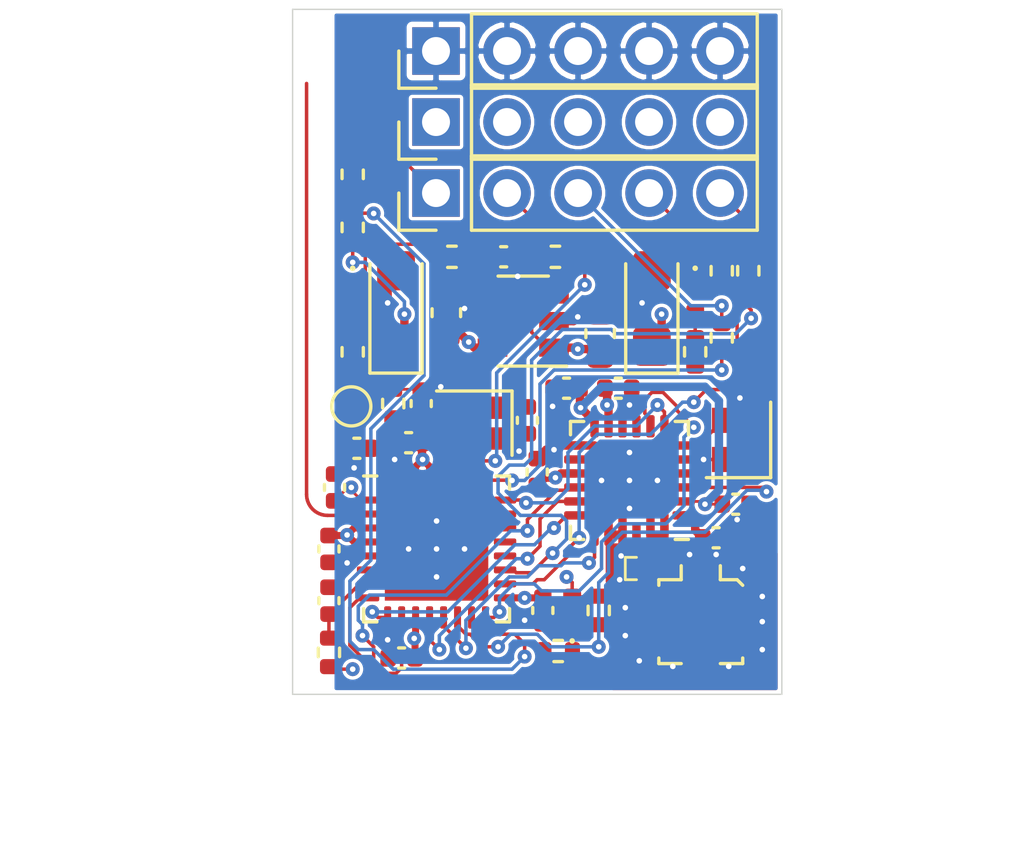
<source format=kicad_pcb>
(kicad_pcb (version 20171130) (host pcbnew 5.1.10-88a1d61d58~88~ubuntu18.04.1)
  (layers (0 F.Cu_sig signal) (1 In1.Cu_3V3 signal) (2 In2.Cu_Gnd signal) (31 B.Cu_sig signal) (34 B.Paste user) (35 F.Paste user) (36 B.SilkS user) (37 F.SilkS user) (38 B.Mask user) (39 F.Mask user) (44 Edge.Cuts user))
  (net 0 "")
  (net 1 GND)
  (net 2 +5V)
  (net 3 "Net-(D2-Pad2)")
  (net 4 +3V3)
  (net 5 ESP_EN)
  (net 6 "Net-(C16-Pad1)")
  (net 7 "Net-(C17-Pad1)")
  (net 8 ESPX_OUT)
  (net 9 ESPX_IN)
  (net 10 "Net-(R2-Pad2)")
  (net 11 "Net-(U2-Pad23)")
  (net 12 "Net-(U2-Pad22)")
  (net 13 "Net-(U2-Pad21)")
  (net 14 "Net-(U2-Pad20)")
  (net 15 LED_A)
  (net 16 BUSY_A)
  (net 17 DIO1_A)
  (net 18 NRST_A)
  (net 19 NSS_A)
  (net 20 SCK)
  (net 21 MISO)
  (net 22 MOSI)
  (net 23 ANT)
  (net 24 "Net-(U6-Pad6)")
  (net 25 "Net-(U6-Pad4)")
  (net 26 "Net-(J1-Pad1)")
  (net 27 "Net-(U5-Pad1)")
  (net 28 "Net-(U6-Pad10)")
  (net 29 "Net-(U6-Pad9)")
  (net 30 "Net-(U6-Pad14)")
  (net 31 "Net-(C22-Pad1)")
  (net 32 "Net-(J3-Pad5)")
  (net 33 "Net-(J3-Pad4)")
  (net 34 "Net-(J3-Pad3)")
  (net 35 "Net-(J3-Pad2)")
  (net 36 "Net-(J3-Pad1)")
  (net 37 PWM1)
  (net 38 PWM2)
  (net 39 PWM3)
  (net 40 PWM4)
  (net 41 PWM5)
  (net 42 "Net-(U2-Pad6)")
  (net 43 "Net-(U2-Pad5)")
  (net 44 "Net-(D4-Pad1)")
  (net 45 "Net-(C11-Pad1)")
  (net 46 "Net-(D1-Pad1)")
  (module Resistor_SMD:R_0402_1005Metric (layer F.Cu_sig) (at 160.15 58.8 270)
    (fp_text reference R13 hide)
    (fp_text value 12k hide)
    (pad 2 smd roundrect (at 0.51 0 270) (size 0.54 0.64) (layers F.Cu_sig F.Paste F.Mask) (net 4 +3V3))
    (pad 1 smd roundrect (at -0.51 0 270) (size 0.54 0.64) (layers F.Cu_sig F.Paste F.Mask) (net 37 PWM1))
  )
  (module Resistor_SMD:R_0402_1005Metric (layer F.Cu_sig) (at 168.95 72.5 90)
    (fp_text reference R10 hide)
    (fp_text value 12k hide)
    (pad 2 smd roundrect (at 0.51 0 90) (size 0.54 0.64) (layers F.Cu_sig F.Paste F.Mask) (net 4 +3V3))
    (pad 1 smd roundrect (at -0.51 0 90) (size 0.54 0.64) (layers F.Cu_sig F.Paste F.Mask) (net 18 NRST_A))
  )
  (module Capacitor_SMD:C_0402_1005Metric (layer F.Cu_sig) (at 160.3 66.7 180)
    (fp_text reference C11 hide)
    (fp_text value 1u hide)
    (pad 2 smd roundrect (at 0.48 0 180) (size 0.56 0.62) (layers F.Cu_sig F.Paste F.Mask) (net 1 GND))
    (pad 1 smd roundrect (at -0.48 0 180) (size 0.56 0.62) (layers F.Cu_sig F.Paste F.Mask) (net 45 "Net-(C11-Pad1)"))
  )
  (module Capacitor_SMD:C_0402_1005Metric (layer F.Cu_sig) (at 161.9 74.2 180)
    (fp_text reference C10 hide)
    (fp_text value 100n hide)
    (pad 2 smd roundrect (at 0.48 0 180) (size 0.56 0.62) (layers F.Cu_sig F.Paste F.Mask) (net 1 GND))
    (pad 1 smd roundrect (at -0.48 0 180) (size 0.56 0.62) (layers F.Cu_sig F.Paste F.Mask) (net 4 +3V3))
  )
  (module TestPoint:TestPoint_Pad_D1.0mm (layer F.Cu_sig) (at 160.1 65.2)
    (fp_text reference TP1 hide)
    (fp_text value TestPoint hide)
    (pad 1 smd circle (at 0 0) (size 1 1) (layers F.Cu_sig F.Mask) (net 45 "Net-(C11-Pad1)"))
  )
  (module Resistor_SMD:R_0402_1005Metric (layer F.Cu_sig) (at 174.3 60.35 270)
    (fp_text reference R9 hide)
    (fp_text value 1k hide)
    (pad 2 smd roundrect (at 0.51 0 270) (size 0.54 0.64) (layers F.Cu_sig F.Paste F.Mask) (net 41 PWM5))
    (pad 1 smd roundrect (at -0.51 0 270) (size 0.54 0.64) (layers F.Cu_sig F.Paste F.Mask) (net 32 "Net-(J3-Pad5)"))
  )
  (module Resistor_SMD:R_0402_1005Metric (layer F.Cu_sig) (at 173.35 60.35 270)
    (fp_text reference R8 hide)
    (fp_text value 1k hide)
    (pad 2 smd roundrect (at 0.51 0 270) (size 0.54 0.64) (layers F.Cu_sig F.Paste F.Mask) (net 40 PWM4))
    (pad 1 smd roundrect (at -0.51 0 270) (size 0.54 0.64) (layers F.Cu_sig F.Paste F.Mask) (net 33 "Net-(J3-Pad4)"))
  )
  (module Resistor_SMD:R_0402_1005Metric (layer F.Cu_sig) (at 173.35 62.75 270)
    (fp_text reference R7 hide)
    (fp_text value 1k hide)
    (pad 2 smd roundrect (at 0.51 0 270) (size 0.54 0.64) (layers F.Cu_sig F.Paste F.Mask) (net 39 PWM3))
    (pad 1 smd roundrect (at -0.51 0 270) (size 0.54 0.64) (layers F.Cu_sig F.Paste F.Mask) (net 34 "Net-(J3-Pad3)"))
  )
  (module Resistor_SMD:R_0402_1005Metric (layer F.Cu_sig) (at 167.4 59.85)
    (fp_text reference R6 hide)
    (fp_text value 1k hide)
    (pad 2 smd roundrect (at 0.51 0) (size 0.54 0.64) (layers F.Cu_sig F.Paste F.Mask) (net 38 PWM2))
    (pad 1 smd roundrect (at -0.51 0) (size 0.54 0.64) (layers F.Cu_sig F.Paste F.Mask) (net 35 "Net-(J3-Pad2)"))
  )
  (module Resistor_SMD:R_0402_1005Metric (layer F.Cu_sig) (at 160.15 56.9 270)
    (fp_text reference R5 hide)
    (fp_text value 1k hide)
    (pad 2 smd roundrect (at 0.51 0 270) (size 0.54 0.64) (layers F.Cu_sig F.Paste F.Mask) (net 37 PWM1))
    (pad 1 smd roundrect (at -0.51 0 270) (size 0.54 0.64) (layers F.Cu_sig F.Paste F.Mask) (net 36 "Net-(J3-Pad1)"))
  )
  (module Resistor_SMD:R_0402_1005Metric (layer F.Cu_sig) (at 160.15 63.25 90)
    (fp_text reference R3 hide)
    (fp_text value 10k hide)
    (pad 2 smd roundrect (at 0.51 0 90) (size 0.54 0.64) (layers F.Cu_sig F.Paste F.Mask) (net 4 +3V3))
    (pad 1 smd roundrect (at -0.51 0 90) (size 0.54 0.64) (layers F.Cu_sig F.Paste F.Mask) (net 45 "Net-(C11-Pad1)"))
  )
  (module Resistor_SMD:R_0402_1005Metric (layer F.Cu_sig) (at 161.6 65.1 270)
    (fp_text reference R2 hide)
    (fp_text value 12k hide)
    (pad 2 smd roundrect (at 0.51 0 270) (size 0.54 0.64) (layers F.Cu_sig F.Paste F.Mask) (net 10 "Net-(R2-Pad2)"))
    (pad 1 smd roundrect (at -0.51 0 270) (size 0.54 0.64) (layers F.Cu_sig F.Paste F.Mask) (net 1 GND))
  )
  (module Connector_PinHeader_2.54mm:PinHeader_1x05_P2.54mm_Vertical (layer F.Cu_sig) (at 163.13 55.029999 90)
    (fp_text reference J4 hide)
    (fp_text value Conn_01x05 hide)
    (pad 5 thru_hole oval (at 0 10.16 90) (size 1.7 1.7) (drill 1) (layers *.Cu *.Mask) (net 2 +5V))
    (pad 4 thru_hole oval (at 0 7.62 90) (size 1.7 1.7) (drill 1) (layers *.Cu *.Mask) (net 2 +5V))
    (pad 3 thru_hole oval (at 0 5.08 90) (size 1.7 1.7) (drill 1) (layers *.Cu *.Mask) (net 2 +5V))
    (pad 2 thru_hole oval (at 0 2.54 90) (size 1.7 1.7) (drill 1) (layers *.Cu *.Mask) (net 2 +5V))
    (pad 1 thru_hole rect (at 0 0 90) (size 1.7 1.7) (drill 1) (layers *.Cu *.Mask) (net 2 +5V))
  )
  (module Connector_PinHeader_2.54mm:PinHeader_1x05_P2.54mm_Vertical (layer F.Cu_sig) (at 163.13 57.570001 90)
    (fp_text reference J3 hide)
    (fp_text value Conn_01x05 hide)
    (pad 5 thru_hole oval (at 0 10.16 90) (size 1.7 1.7) (drill 1) (layers *.Cu *.Mask) (net 32 "Net-(J3-Pad5)"))
    (pad 4 thru_hole oval (at 0 7.62 90) (size 1.7 1.7) (drill 1) (layers *.Cu *.Mask) (net 33 "Net-(J3-Pad4)"))
    (pad 3 thru_hole oval (at 0 5.08 90) (size 1.7 1.7) (drill 1) (layers *.Cu *.Mask) (net 34 "Net-(J3-Pad3)"))
    (pad 2 thru_hole oval (at 0 2.54 90) (size 1.7 1.7) (drill 1) (layers *.Cu *.Mask) (net 35 "Net-(J3-Pad2)"))
    (pad 1 thru_hole rect (at 0 0 90) (size 1.7 1.7) (drill 1) (layers *.Cu *.Mask) (net 36 "Net-(J3-Pad1)"))
  )
  (module Connector_PinHeader_2.54mm:PinHeader_1x05_P2.54mm_Vertical (layer F.Cu_sig) (at 163.13 52.49 90)
    (fp_text reference J2 hide)
    (fp_text value Conn_01x05 hide)
    (pad 5 thru_hole oval (at 0 10.16 90) (size 1.7 1.7) (drill 1) (layers *.Cu *.Mask) (net 1 GND))
    (pad 4 thru_hole oval (at 0 7.62 90) (size 1.7 1.7) (drill 1) (layers *.Cu *.Mask) (net 1 GND))
    (pad 3 thru_hole oval (at 0 5.08 90) (size 1.7 1.7) (drill 1) (layers *.Cu *.Mask) (net 1 GND))
    (pad 2 thru_hole oval (at 0 2.54 90) (size 1.7 1.7) (drill 1) (layers *.Cu *.Mask) (net 1 GND))
    (pad 1 thru_hole rect (at 0 0 90) (size 1.7 1.7) (drill 1) (layers *.Cu *.Mask) (net 1 GND))
  )
  (module Package_TO_SOT_SMD:SOT-23-5 (layer F.Cu_sig) (at 166.25 62.15 180)
    (fp_text reference U1 hide)
    (fp_text value SPX3819M5-L-3-3 hide)
    (pad 5 smd rect (at 1.1 -0.95 180) (size 1.06 0.65) (layers F.Cu_sig F.Paste F.Mask) (net 4 +3V3))
    (pad 4 smd rect (at 1.1 0.95 180) (size 1.06 0.65) (layers F.Cu_sig F.Paste F.Mask) (net 31 "Net-(C22-Pad1)"))
    (pad 3 smd rect (at -1.1 0.95 180) (size 1.06 0.65) (layers F.Cu_sig F.Paste F.Mask) (net 2 +5V))
    (pad 2 smd rect (at -1.1 0 180) (size 1.06 0.65) (layers F.Cu_sig F.Paste F.Mask) (net 1 GND))
    (pad 1 smd rect (at -1.1 -0.95 180) (size 1.06 0.65) (layers F.Cu_sig F.Paste F.Mask) (net 2 +5V))
  )
  (module Capacitor_SMD:C_0402_1005Metric (layer F.Cu_sig) (at 165.55 59.85)
    (fp_text reference C22 hide)
    (fp_text value 10n hide)
    (pad 2 smd roundrect (at 0.48 0) (size 0.56 0.62) (layers F.Cu_sig F.Paste F.Mask) (net 1 GND))
    (pad 1 smd roundrect (at -0.48 0) (size 0.56 0.62) (layers F.Cu_sig F.Paste F.Mask) (net 31 "Net-(C22-Pad1)"))
  )
  (module Package_DFN_QFN:QFN-32-1EP_5x5mm_P0.5mm_EP3.7x3.7mm (layer F.Cu_sig) (at 163.15 70.3)
    (fp_text reference U2 hide)
    (fp_text value ESP8285 hide)
    (pad 33 smd rect (at 0 0) (size 3.7 3.7) (layers F.Cu_sig F.Mask) (net 1 GND))
    (pad 32 smd roundrect (at -1.75 -2.45) (size 0.25 0.8) (layers F.Cu_sig F.Paste F.Mask) (net 45 "Net-(C11-Pad1)"))
    (pad 31 smd roundrect (at -1.25 -2.45) (size 0.25 0.8) (layers F.Cu_sig F.Paste F.Mask) (net 10 "Net-(R2-Pad2)"))
    (pad 30 smd roundrect (at -0.75 -2.45) (size 0.25 0.8) (layers F.Cu_sig F.Paste F.Mask) (net 4 +3V3))
    (pad 29 smd roundrect (at -0.25 -2.45) (size 0.25 0.8) (layers F.Cu_sig F.Paste F.Mask) (net 4 +3V3))
    (pad 28 smd roundrect (at 0.25 -2.45) (size 0.25 0.8) (layers F.Cu_sig F.Paste F.Mask) (net 9 ESPX_IN))
    (pad 27 smd roundrect (at 0.75 -2.45) (size 0.25 0.8) (layers F.Cu_sig F.Paste F.Mask) (net 8 ESPX_OUT))
    (pad 26 smd roundrect (at 1.25 -2.45) (size 0.25 0.8) (layers F.Cu_sig F.Paste F.Mask) (net 38 PWM2))
    (pad 25 smd roundrect (at 1.75 -2.45) (size 0.25 0.8) (layers F.Cu_sig F.Paste F.Mask) (net 39 PWM3))
    (pad 24 smd roundrect (at 2.45 -1.75) (size 0.8 0.25) (layers F.Cu_sig F.Paste F.Mask) (net 16 BUSY_A))
    (pad 23 smd roundrect (at 2.45 -1.25) (size 0.8 0.25) (layers F.Cu_sig F.Paste F.Mask) (net 11 "Net-(U2-Pad23)"))
    (pad 22 smd roundrect (at 2.45 -0.75) (size 0.8 0.25) (layers F.Cu_sig F.Paste F.Mask) (net 12 "Net-(U2-Pad22)"))
    (pad 21 smd roundrect (at 2.45 -0.25) (size 0.8 0.25) (layers F.Cu_sig F.Paste F.Mask) (net 13 "Net-(U2-Pad21)"))
    (pad 20 smd roundrect (at 2.45 0.25) (size 0.8 0.25) (layers F.Cu_sig F.Paste F.Mask) (net 14 "Net-(U2-Pad20)"))
    (pad 19 smd roundrect (at 2.45 0.75) (size 0.8 0.25) (layers F.Cu_sig F.Paste F.Mask) (net 41 PWM5))
    (pad 18 smd roundrect (at 2.45 1.25) (size 0.8 0.25) (layers F.Cu_sig F.Paste F.Mask) (net 40 PWM4))
    (pad 17 smd roundrect (at 2.45 1.75) (size 0.8 0.25) (layers F.Cu_sig F.Paste F.Mask) (net 4 +3V3))
    (pad 16 smd roundrect (at 1.75 2.45) (size 0.25 0.8) (layers F.Cu_sig F.Paste F.Mask) (net 17 DIO1_A))
    (pad 15 smd roundrect (at 1.25 2.45) (size 0.25 0.8) (layers F.Cu_sig F.Paste F.Mask) (net 37 PWM1))
    (pad 14 smd roundrect (at 0.75 2.45) (size 0.25 0.8) (layers F.Cu_sig F.Paste F.Mask) (net 18 NRST_A))
    (pad 13 smd roundrect (at 0.25 2.45) (size 0.25 0.8) (layers F.Cu_sig F.Paste F.Mask) (net 19 NSS_A))
    (pad 12 smd roundrect (at -0.25 2.45) (size 0.25 0.8) (layers F.Cu_sig F.Paste F.Mask) (net 22 MOSI))
    (pad 11 smd roundrect (at -0.75 2.45) (size 0.25 0.8) (layers F.Cu_sig F.Paste F.Mask) (net 4 +3V3))
    (pad 10 smd roundrect (at -1.25 2.45) (size 0.25 0.8) (layers F.Cu_sig F.Paste F.Mask) (net 21 MISO))
    (pad 9 smd roundrect (at -1.75 2.45) (size 0.25 0.8) (layers F.Cu_sig F.Paste F.Mask) (net 20 SCK))
    (pad 8 smd roundrect (at -2.45 1.75) (size 0.8 0.25) (layers F.Cu_sig F.Paste F.Mask) (net 15 LED_A))
    (pad 7 smd roundrect (at -2.45 1.25) (size 0.8 0.25) (layers F.Cu_sig F.Paste F.Mask) (net 5 ESP_EN))
    (pad 6 smd roundrect (at -2.45 0.75) (size 0.8 0.25) (layers F.Cu_sig F.Paste F.Mask) (net 42 "Net-(U2-Pad6)"))
    (pad 5 smd roundrect (at -2.45 0.25) (size 0.8 0.25) (layers F.Cu_sig F.Paste F.Mask) (net 43 "Net-(U2-Pad5)"))
    (pad 4 smd roundrect (at -2.45 -0.25) (size 0.8 0.25) (layers F.Cu_sig F.Paste F.Mask) (net 4 +3V3))
    (pad 3 smd roundrect (at -2.45 -0.75) (size 0.8 0.25) (layers F.Cu_sig F.Paste F.Mask) (net 4 +3V3))
    (pad 2 smd roundrect (at -2.45 -1.25) (size 0.8 0.25) (layers F.Cu_sig F.Paste F.Mask) (net 23 ANT))
    (pad 1 smd roundrect (at -2.45 -1.75) (size 0.8 0.25) (layers F.Cu_sig F.Paste F.Mask) (net 4 +3V3))
  )
  (module Capacitor_SMD:C_0402_1005Metric (layer F.Cu_sig) (at 159.3 70.3 270)
    (fp_text reference C21 hide)
    (fp_text value 100n hide)
    (pad 2 smd roundrect (at 0.48 0 270) (size 0.56 0.62) (layers F.Cu_sig F.Paste F.Mask) (net 1 GND))
    (pad 1 smd roundrect (at -0.48 0 270) (size 0.56 0.62) (layers F.Cu_sig F.Paste F.Mask) (net 4 +3V3))
  )
  (module Resistor_SMD:R_0402_1005Metric (layer F.Cu_sig) (at 167.5 73.95)
    (fp_text reference R4 hide)
    (fp_text value 560R hide)
    (pad 2 smd roundrect (at 0.51 0) (size 0.54 0.64) (layers F.Cu_sig F.Paste F.Mask) (net 44 "Net-(D4-Pad1)"))
    (pad 1 smd roundrect (at -0.51 0) (size 0.54 0.64) (layers F.Cu_sig F.Paste F.Mask) (net 15 LED_A))
  )
  (module LED_SMD:LED_0402_1005Metric (layer F.Cu_sig) (at 168 72.5 90)
    (fp_text reference D4 hide)
    (fp_text value LED hide)
    (pad 2 smd roundrect (at 0.485 0 90) (size 0.59 0.64) (layers F.Cu_sig F.Paste F.Mask) (net 4 +3V3))
    (pad 1 smd roundrect (at -0.485 0 90) (size 0.59 0.64) (layers F.Cu_sig F.Paste F.Mask) (net 44 "Net-(D4-Pad1)"))
  )
  (module ELRS_ESP8285_dual:QFN-24-1EP_4x4mm_P0.5mm_EP2.6x2.6mm_SX1280_dense (layer F.Cu_sig) (at 170.05 67.85 180)
    (fp_text reference U6 hide)
    (fp_text value SX1281 hide)
    (pad 0 smd rect (at 0 0 180) (size 2.6 2.6) (layers F.Cu_sig F.Mask) (net 1 GND))
    (pad 24 smd roundrect (at -1.25 -1.9375 180) (size 0.3 0.8) (layers F.Cu_sig F.Paste F.Mask) (net 1 GND))
    (pad 23 smd roundrect (at -0.75 -1.9375 180) (size 0.3 0.8) (layers F.Cu_sig F.Paste F.Mask) (net 1 GND))
    (pad 22 smd roundrect (at -0.25 -1.9375 180) (size 0.3 0.8) (layers F.Cu_sig F.Paste F.Mask) (net 27 "Net-(U5-Pad1)"))
    (pad 21 smd roundrect (at 0.25 -1.9375 180) (size 0.3 0.8) (layers F.Cu_sig F.Paste F.Mask) (net 1 GND))
    (pad 20 smd roundrect (at 0.75 -1.9375 180) (size 0.3 0.8) (layers F.Cu_sig F.Paste F.Mask) (net 1 GND))
    (pad 19 smd roundrect (at 1.25 -1.9375 180) (size 0.3 0.8) (layers F.Cu_sig F.Paste F.Mask) (net 19 NSS_A))
    (pad 18 smd roundrect (at 1.9375 -1.25 180) (size 0.8 0.3) (layers F.Cu_sig F.Paste F.Mask) (net 20 SCK))
    (pad 17 smd roundrect (at 1.9375 -0.75 180) (size 0.8 0.3) (layers F.Cu_sig F.Paste F.Mask) (net 22 MOSI))
    (pad 16 smd roundrect (at 1.9375 -0.25 180) (size 0.8 0.3) (layers F.Cu_sig F.Paste F.Mask) (net 21 MISO))
    (pad 15 smd roundrect (at 1.9375 0.25 180) (size 0.8 0.3) (layers F.Cu_sig F.Paste F.Mask) (net 4 +3V3))
    (pad 14 smd roundrect (at 1.9375 0.75 180) (size 0.8 0.3) (layers F.Cu_sig F.Paste F.Mask) (net 30 "Net-(U6-Pad14)"))
    (pad 13 smd roundrect (at 1.9375 1.25 180) (size 0.8 0.3) (layers F.Cu_sig F.Paste F.Mask) (net 1 GND))
    (pad 12 smd roundrect (at 1.25 1.9375 180) (size 0.3 0.8) (layers F.Cu_sig F.Paste F.Mask) (net 6 "Net-(C16-Pad1)"))
    (pad 11 smd roundrect (at 0.75 1.9375 180) (size 0.3 0.8) (layers F.Cu_sig F.Paste F.Mask) (net 4 +3V3))
    (pad 10 smd roundrect (at 0.25 1.9375 180) (size 0.3 0.8) (layers F.Cu_sig F.Paste F.Mask) (net 28 "Net-(U6-Pad10)"))
    (pad 9 smd roundrect (at -0.25 1.9375 180) (size 0.3 0.8) (layers F.Cu_sig F.Paste F.Mask) (net 29 "Net-(U6-Pad9)"))
    (pad 8 smd roundrect (at -0.75 1.9375 180) (size 0.3 0.8) (layers F.Cu_sig F.Paste F.Mask) (net 17 DIO1_A))
    (pad 7 smd roundrect (at -1.25 1.9375 180) (size 0.3 0.8) (layers F.Cu_sig F.Paste F.Mask) (net 16 BUSY_A))
    (pad 6 smd roundrect (at -1.9375 1.25 180) (size 0.8 0.3) (layers F.Cu_sig F.Paste F.Mask) (net 24 "Net-(U6-Pad6)"))
    (pad 5 smd roundrect (at -1.9375 0.75 180) (size 0.8 0.3) (layers F.Cu_sig F.Paste F.Mask) (net 1 GND))
    (pad 4 smd roundrect (at -1.9375 0.25 180) (size 0.8 0.3) (layers F.Cu_sig F.Paste F.Mask) (net 25 "Net-(U6-Pad4)"))
    (pad 3 smd roundrect (at -1.9375 -0.25 180) (size 0.8 0.3) (layers F.Cu_sig F.Paste F.Mask) (net 18 NRST_A))
    (pad 2 smd roundrect (at -1.9375 -0.75 180) (size 0.8 0.3) (layers F.Cu_sig F.Paste F.Mask) (net 6 "Net-(C16-Pad1)"))
    (pad 1 smd roundrect (at -1.9375 -1.25 180) (size 0.8 0.3) (layers F.Cu_sig F.Paste F.Mask) (net 7 "Net-(C17-Pad1)"))
  )
  (module ELRS_ESP8285_dual:2450FM07D0034T (layer F.Cu_sig) (at 170.9 71)
    (fp_text reference U5 hide)
    (fp_text value 2450FM07D0034T hide)
    (pad 4 smd roundrect (at 0 -0.35) (size 0.3 0.5) (layers F.Cu_sig F.Paste F.Mask) (net 1 GND))
    (pad 3 smd roundrect (at 0.6 0) (size 0.55 0.55) (layers F.Cu_sig F.Paste F.Mask) (net 26 "Net-(J1-Pad1)"))
    (pad 2 smd roundrect (at 0 0.35) (size 0.3 0.5) (layers F.Cu_sig F.Paste F.Mask) (net 1 GND))
    (pad 1 smd roundrect (at -0.6 0) (size 0.55 0.55) (layers F.Cu_sig F.Paste F.Mask) (net 27 "Net-(U5-Pad1)"))
  )
  (module ELRS_ESP8285_dual:U.FL_Molex_MCRF_73412-0110_Vertical_dense (layer F.Cu_sig) (at 172.6 72.9 180)
    (fp_text reference J1 hide)
    (fp_text value Conn_Coaxial hide)
    (pad 1 smd rect (at 0 1.5 180) (size 1 1) (layers F.Cu_sig F.Paste F.Mask) (net 26 "Net-(J1-Pad1)"))
    (pad 2 smd roundrect (at 0 -1.5 180) (size 1 1) (layers F.Cu_sig F.Paste F.Mask) (net 1 GND))
    (pad 2 smd roundrect (at 1.475 0 180) (size 1.05 2.2) (layers F.Cu_sig F.Paste F.Mask) (net 1 GND))
    (pad 2 smd roundrect (at -1.475 0 180) (size 1.05 2.2) (layers F.Cu_sig F.Paste F.Mask) (net 1 GND))
  )
  (module Crystal:Crystal_SMD_2016-4Pin_2.0x1.6mm (layer F.Cu_sig) (at 173.95 66.4 90)
    (fp_text reference Y3 hide)
    (fp_text value 52M hide)
    (pad 4 smd rect (at -0.7 -0.55 90) (size 0.9 0.8) (layers F.Cu_sig F.Paste F.Mask) (net 1 GND))
    (pad 3 smd rect (at 0.7 -0.55 90) (size 0.9 0.8) (layers F.Cu_sig F.Paste F.Mask) (net 24 "Net-(U6-Pad6)"))
    (pad 2 smd rect (at 0.7 0.55 90) (size 0.9 0.8) (layers F.Cu_sig F.Paste F.Mask) (net 1 GND))
    (pad 1 smd rect (at -0.7 0.55 90) (size 0.9 0.8) (layers F.Cu_sig F.Paste F.Mask) (net 25 "Net-(U6-Pad4)"))
  )
  (module Crystal:Crystal_SMD_2016-4Pin_2.0x1.6mm (layer F.Cu_sig) (at 164.5 65.8 180)
    (fp_text reference Y2 hide)
    (fp_text value 26M hide)
    (pad 4 smd rect (at -0.7 -0.55 180) (size 0.9 0.8) (layers F.Cu_sig F.Paste F.Mask) (net 1 GND))
    (pad 3 smd rect (at 0.7 -0.55 180) (size 0.9 0.8) (layers F.Cu_sig F.Paste F.Mask) (net 9 ESPX_IN))
    (pad 2 smd rect (at 0.7 0.55 180) (size 0.9 0.8) (layers F.Cu_sig F.Paste F.Mask) (net 1 GND))
    (pad 1 smd rect (at -0.7 0.55 180) (size 0.9 0.8) (layers F.Cu_sig F.Paste F.Mask) (net 8 ESPX_OUT))
  )
  (module Resistor_SMD:R_0402_1005Metric (layer F.Cu_sig) (at 159.3 74 270)
    (fp_text reference R1 hide)
    (fp_text value 12k hide)
    (pad 2 smd roundrect (at 0.51 0 270) (size 0.54 0.64) (layers F.Cu_sig F.Paste F.Mask) (net 4 +3V3))
    (pad 1 smd roundrect (at -0.51 0 270) (size 0.54 0.64) (layers F.Cu_sig F.Paste F.Mask) (net 5 ESP_EN))
  )
  (module Capacitor_SMD:C_0402_1005Metric (layer F.Cu_sig) (at 162.6 65.1 90)
    (fp_text reference C20 hide)
    (fp_text value 5p hide)
    (pad 2 smd roundrect (at 0.48 0 90) (size 0.56 0.62) (layers F.Cu_sig F.Paste F.Mask) (net 1 GND))
    (pad 1 smd roundrect (at -0.48 0 90) (size 0.56 0.62) (layers F.Cu_sig F.Paste F.Mask) (net 9 ESPX_IN))
  )
  (module Capacitor_SMD:C_0402_1005Metric (layer F.Cu_sig) (at 166.4 65.7 270)
    (fp_text reference C19 hide)
    (fp_text value 5p hide)
    (pad 2 smd roundrect (at 0.48 0 270) (size 0.56 0.62) (layers F.Cu_sig F.Paste F.Mask) (net 1 GND))
    (pad 1 smd roundrect (at -0.48 0 270) (size 0.56 0.62) (layers F.Cu_sig F.Paste F.Mask) (net 8 ESPX_OUT))
  )
  (module Capacitor_SMD:C_0402_1005Metric (layer F.Cu_sig) (at 167.8 64.55 180)
    (fp_text reference C18 hide)
    (fp_text value 470n hide)
    (pad 2 smd roundrect (at 0.48 0 180) (size 0.56 0.62) (layers F.Cu_sig F.Paste F.Mask) (net 1 GND))
    (pad 1 smd roundrect (at -0.48 0 180) (size 0.56 0.62) (layers F.Cu_sig F.Paste F.Mask) (net 6 "Net-(C16-Pad1)"))
  )
  (module Capacitor_SMD:C_0402_1005Metric (layer F.Cu_sig) (at 173.15 69.9)
    (fp_text reference C17 hide)
    (fp_text value 10n hide)
    (pad 2 smd roundrect (at 0.48 0) (size 0.56 0.62) (layers F.Cu_sig F.Paste F.Mask) (net 1 GND))
    (pad 1 smd roundrect (at -0.48 0) (size 0.56 0.62) (layers F.Cu_sig F.Paste F.Mask) (net 7 "Net-(C17-Pad1)"))
  )
  (module Capacitor_SMD:C_0402_1005Metric (layer F.Cu_sig) (at 173.85 68.7)
    (fp_text reference C16 hide)
    (fp_text value 10n hide)
    (pad 2 smd roundrect (at 0.48 0) (size 0.56 0.62) (layers F.Cu_sig F.Paste F.Mask) (net 1 GND))
    (pad 1 smd roundrect (at -0.48 0) (size 0.56 0.62) (layers F.Cu_sig F.Paste F.Mask) (net 6 "Net-(C16-Pad1)"))
  )
  (module Capacitor_SMD:C_0402_1005Metric (layer F.Cu_sig) (at 169.65 64.55)
    (fp_text reference C15 hide)
    (fp_text value 100n hide)
    (pad 2 smd roundrect (at 0.48 0) (size 0.56 0.62) (layers F.Cu_sig F.Paste F.Mask) (net 1 GND))
    (pad 1 smd roundrect (at -0.48 0) (size 0.56 0.62) (layers F.Cu_sig F.Paste F.Mask) (net 4 +3V3))
  )
  (module Capacitor_SMD:C_0402_1005Metric (layer F.Cu_sig) (at 166.75 67.55 90)
    (fp_text reference C9 hide)
    (fp_text value 100n hide)
    (pad 2 smd roundrect (at 0.48 0 90) (size 0.56 0.62) (layers F.Cu_sig F.Paste F.Mask) (net 1 GND))
    (pad 1 smd roundrect (at -0.48 0 90) (size 0.56 0.62) (layers F.Cu_sig F.Paste F.Mask) (net 4 +3V3))
  )
  (module Capacitor_SMD:C_0402_1005Metric (layer F.Cu_sig) (at 159.3 72.15 90)
    (fp_text reference C4 hide)
    (fp_text value 1u hide)
    (pad 2 smd roundrect (at 0.48 0 90) (size 0.56 0.62) (layers F.Cu_sig F.Paste F.Mask) (net 1 GND))
    (pad 1 smd roundrect (at -0.48 0 90) (size 0.56 0.62) (layers F.Cu_sig F.Paste F.Mask) (net 5 ESP_EN))
  )
  (module Capacitor_Tantalum_SMD:CP_EIA-3216-18_Kemet-A (layer F.Cu_sig) (at 161.7 61.7 90)
    (fp_text reference C8 hide)
    (fp_text value 100u hide)
    (pad 2 smd roundrect (at 1.35 0 90) (size 1.4 1.35) (layers F.Cu_sig F.Paste F.Mask) (roundrect_rratio 0.185185) (net 1 GND))
    (pad 1 smd roundrect (at -1.35 0 90) (size 1.4 1.35) (layers F.Cu_sig F.Paste F.Mask) (roundrect_rratio 0.185185) (net 4 +3V3))
  )
  (module Capacitor_Tantalum_SMD:CP_EIA-3216-18_Kemet-A (layer F.Cu_sig) (at 170.85 61.7 90)
    (fp_text reference C5 hide)
    (fp_text value 100u hide)
    (pad 2 smd roundrect (at 1.35 0 90) (size 1.4 1.35) (layers F.Cu_sig F.Paste F.Mask) (roundrect_rratio 0.185185) (net 1 GND))
    (pad 1 smd roundrect (at -1.35 0 90) (size 1.4 1.35) (layers F.Cu_sig F.Paste F.Mask) (roundrect_rratio 0.185185) (net 2 +5V))
  )
  (module Resistor_SMD:R_0402_1005Metric (layer F.Cu_sig) (at 172.4 63.25 90)
    (fp_text reference R12 hide)
    (fp_text value 3k9 hide)
    (pad 2 smd roundrect (at 0.51 0 90) (size 0.54 0.64) (layers F.Cu_sig F.Paste F.Mask) (net 3 "Net-(D2-Pad2)"))
    (pad 1 smd roundrect (at -0.51 0 90) (size 0.54 0.64) (layers F.Cu_sig F.Paste F.Mask) (net 2 +5V))
  )
  (module LED_SMD:LED_0402_1005Metric (layer F.Cu_sig) (at 172.4 61.35 270)
    (fp_text reference D2 hide)
    (fp_text value LED hide)
    (pad 2 smd roundrect (at 0.485 0 270) (size 0.59 0.64) (layers F.Cu_sig F.Paste F.Mask) (net 3 "Net-(D2-Pad2)"))
    (pad 1 smd roundrect (at -0.485 0 270) (size 0.59 0.64) (layers F.Cu_sig F.Paste F.Mask) (net 1 GND))
  )
  (module Resistor_SMD:R_0402_1005Metric (layer F.Cu_sig) (at 163.7 59.85)
    (fp_text reference R11 hide)
    (fp_text value 560R hide)
    (pad 2 smd roundrect (at 0.51 0) (size 0.54 0.64) (layers F.Cu_sig F.Paste F.Mask) (net 1 GND))
    (pad 1 smd roundrect (at -0.51 0) (size 0.54 0.64) (layers F.Cu_sig F.Paste F.Mask) (net 46 "Net-(D1-Pad1)"))
  )
  (module LED_SMD:LED_0402_1005Metric (layer F.Cu_sig) (at 160.15 61.35 270)
    (fp_text reference D1 hide)
    (fp_text value LED hide)
    (pad 2 smd roundrect (at 0.485 0 270) (size 0.59 0.64) (layers F.Cu_sig F.Paste F.Mask) (net 4 +3V3))
    (pad 1 smd roundrect (at -0.485 0 270) (size 0.59 0.64) (layers F.Cu_sig F.Paste F.Mask) (net 46 "Net-(D1-Pad1)"))
  )
  (module Capacitor_SMD:C_0603_1608Metric (layer F.Cu_sig) (at 163.5 61.85 90)
    (fp_text reference C7 hide)
    (fp_text value 4u7 hide)
    (pad 2 smd roundrect (at 0.775 0 90) (size 0.9 0.95) (layers F.Cu_sig F.Paste F.Mask) (net 1 GND))
    (pad 1 smd roundrect (at -0.775 0 90) (size 0.9 0.95) (layers F.Cu_sig F.Paste F.Mask) (net 4 +3V3))
  )
  (module Capacitor_SMD:C_0603_1608Metric (layer F.Cu_sig) (at 169 62.6 90)
    (fp_text reference C6 hide)
    (fp_text value 1u hide)
    (pad 2 smd roundrect (at 0.775 0 90) (size 0.9 0.95) (layers F.Cu_sig F.Paste F.Mask) (net 1 GND))
    (pad 1 smd roundrect (at -0.775 0 90) (size 0.9 0.95) (layers F.Cu_sig F.Paste F.Mask) (net 2 +5V))
  )
  (module Capacitor_SMD:C_0402_1005Metric (layer F.Cu_sig) (at 162.15 66.5 180)
    (fp_text reference C3 hide)
    (fp_text value 100n hide)
    (pad 2 smd roundrect (at 0.48 0 180) (size 0.56 0.62) (layers F.Cu_sig F.Paste F.Mask) (net 1 GND))
    (pad 1 smd roundrect (at -0.48 0 180) (size 0.56 0.62) (layers F.Cu_sig F.Paste F.Mask) (net 4 +3V3))
  )
  (module Capacitor_SMD:C_0402_1005Metric (layer F.Cu_sig) (at 159.5 68.1 90)
    (fp_text reference C2 hide)
    (fp_text value 100n hide)
    (pad 2 smd roundrect (at 0.48 0 90) (size 0.56 0.62) (layers F.Cu_sig F.Paste F.Mask) (net 1 GND))
    (pad 1 smd roundrect (at -0.48 0 90) (size 0.56 0.62) (layers F.Cu_sig F.Paste F.Mask) (net 4 +3V3))
  )
  (module Capacitor_SMD:C_0402_1005Metric (layer F.Cu_sig) (at 166.95 72.5 270)
    (fp_text reference C1 hide)
    (fp_text value 100n hide)
    (pad 2 smd roundrect (at 0.48 0 270) (size 0.56 0.62) (layers F.Cu_sig F.Paste F.Mask) (net 1 GND))
    (pad 1 smd roundrect (at -0.48 0 270) (size 0.56 0.62) (layers F.Cu_sig F.Paste F.Mask) (net 4 +3V3))
  )
  (gr_line (start 158 75.5) (end 158 51) (layer Edge.Cuts) (width 0.05))
  (gr_line (start 175.5 75.5) (end 158 75.5) (layer Edge.Cuts) (width 0.05))
  (gr_line (start 175.5 51) (end 175.5 75.5) (layer Edge.Cuts) (width 0.05))
  (gr_line (start 158 51) (end 175.5 51) (layer Edge.Cuts) (width 0.05))
  (via (at 170.05 67.85) (size 0.5) (drill 0.2) (layers F.Cu_sig B.Cu_sig) (net 1))
  (via (at 162.15 70.3) (size 0.5) (drill 0.2) (layers F.Cu_sig B.Cu_sig) (net 1))
  (via (at 164.15 70.3) (size 0.5) (drill 0.2) (layers F.Cu_sig B.Cu_sig) (net 1))
  (via (at 163.15 70.3) (size 0.5) (drill 0.2) (layers F.Cu_sig B.Cu_sig) (net 1))
  (via (at 169.25 65.15) (size 0.5) (drill 0.2) (layers F.Cu_sig B.Cu_sig) (net 4))
  (via (at 164.15 61.7) (size 0.5) (drill 0.2) (layers F.Cu_sig B.Cu_sig) (net 1))
  (via (at 161.65 67.1) (size 0.5) (drill 0.2) (layers F.Cu_sig B.Cu_sig) (net 1))
  (segment (start 161.67 66.5) (end 161.67 67.08) (width 0.3) (layer F.Cu_sig) (net 1))
  (segment (start 161.67 67.08) (end 161.65 67.1) (width 0.3) (layer F.Cu_sig) (net 1))
  (via (at 163.3 64.5) (size 0.5) (drill 0.2) (layers F.Cu_sig B.Cu_sig) (net 1))
  (segment (start 163.3 64.75) (end 163.8 65.25) (width 0.1) (layer F.Cu_sig) (net 1))
  (segment (start 163.3 64.5) (end 163.3 64.75) (width 0.1) (layer F.Cu_sig) (net 1))
  (segment (start 162.72 64.5) (end 162.6 64.62) (width 0.1) (layer F.Cu_sig) (net 1))
  (segment (start 163.3 64.5) (end 162.72 64.5) (width 0.1) (layer F.Cu_sig) (net 1))
  (via (at 160.2 67.4) (size 0.5) (drill 0.2) (layers F.Cu_sig B.Cu_sig) (net 1))
  (segment (start 159.72 67.4) (end 159.5 67.62) (width 0.1) (layer F.Cu_sig) (net 1))
  (segment (start 160.2 67.4) (end 159.72 67.4) (width 0.1) (layer F.Cu_sig) (net 1))
  (via (at 159.95 69.8) (size 0.5) (drill 0.2) (layers F.Cu_sig B.Cu_sig) (net 4))
  (segment (start 159.93 69.82) (end 159.95 69.8) (width 0.25) (layer F.Cu_sig) (net 4))
  (segment (start 159.3 69.82) (end 159.93 69.82) (width 0.25) (layer F.Cu_sig) (net 4))
  (via (at 159.95 70.8) (size 0.5) (drill 0.2) (layers F.Cu_sig B.Cu_sig) (net 1))
  (segment (start 159.93 70.78) (end 159.95 70.8) (width 0.25) (layer F.Cu_sig) (net 1))
  (segment (start 159.3 70.78) (end 159.93 70.78) (width 0.25) (layer F.Cu_sig) (net 1))
  (segment (start 162.57 64.59) (end 162.6 64.62) (width 0.1) (layer F.Cu_sig) (net 1))
  (segment (start 161.6 64.59) (end 162.57 64.59) (width 0.1) (layer F.Cu_sig) (net 1))
  (via (at 168.2 62) (size 0.5) (drill 0.2) (layers F.Cu_sig B.Cu_sig) (net 1))
  (via (at 170.05 65.15) (size 0.5) (drill 0.2) (layers F.Cu_sig B.Cu_sig) (net 1))
  (via (at 164.3 62.9) (size 0.5) (drill 0.2) (layers F.Cu_sig B.Cu_sig) (net 4))
  (segment (start 170.13 65.07) (end 170.05 65.15) (width 0.3) (layer F.Cu_sig) (net 1))
  (segment (start 170.13 64.55) (end 170.13 65.07) (width 0.3) (layer F.Cu_sig) (net 1))
  (segment (start 163.525 61.075) (end 164.15 61.7) (width 0.3) (layer F.Cu_sig) (net 1))
  (segment (start 163.5 61.075) (end 163.525 61.075) (width 0.3) (layer F.Cu_sig) (net 1))
  (segment (start 168.05 62.15) (end 168.2 62) (width 0.3) (layer F.Cu_sig) (net 1))
  (segment (start 167.35 62.15) (end 168.05 62.15) (width 0.3) (layer F.Cu_sig) (net 1))
  (segment (start 168.825 62) (end 169 61.825) (width 0.3) (layer F.Cu_sig) (net 1))
  (segment (start 168.2 62) (end 168.825 62) (width 0.3) (layer F.Cu_sig) (net 1))
  (via (at 167.3 65.2) (size 0.5) (drill 0.2) (layers F.Cu_sig B.Cu_sig) (net 1))
  (segment (start 167.32 64.55) (end 167.32 65.18) (width 0.3) (layer F.Cu_sig) (net 1))
  (segment (start 167.32 65.18) (end 167.3 65.2) (width 0.3) (layer F.Cu_sig) (net 1))
  (via (at 170.5 61.5) (size 0.5) (drill 0.2) (layers F.Cu_sig B.Cu_sig) (net 1))
  (segment (start 170.85 60.35) (end 170.5 60.7) (width 0.3) (layer F.Cu_sig) (net 1))
  (segment (start 170.5 60.7) (end 170.5 61.5) (width 0.3) (layer F.Cu_sig) (net 1))
  (via (at 161.4 61.5) (size 0.5) (drill 0.2) (layers F.Cu_sig B.Cu_sig) (net 1))
  (segment (start 161.7 60.35) (end 161.4 60.65) (width 0.3) (layer F.Cu_sig) (net 1))
  (segment (start 161.4 60.65) (end 161.4 61.5) (width 0.3) (layer F.Cu_sig) (net 1))
  (via (at 166.3 72.85) (size 0.5) (drill 0.2) (layers F.Cu_sig B.Cu_sig) (net 1))
  (segment (start 166.82 72.85) (end 166.95 72.98) (width 0.25) (layer F.Cu_sig) (net 1))
  (segment (start 166.3 72.85) (end 166.82 72.85) (width 0.25) (layer F.Cu_sig) (net 1))
  (segment (start 170.85 63.05) (end 171.2 62.7) (width 0.3) (layer F.Cu_sig) (net 2))
  (via (at 171.2 61.9) (size 0.5) (drill 0.2) (layers F.Cu_sig B.Cu_sig) (net 2))
  (segment (start 171.2 62.7) (end 171.2 61.9) (width 0.3) (layer F.Cu_sig) (net 2))
  (segment (start 167.35 61.2) (end 167.1 61.2) (width 0.125) (layer F.Cu_sig) (net 2))
  (segment (start 167.1 61.2) (end 166.55 61.75) (width 0.125) (layer F.Cu_sig) (net 2))
  (segment (start 166.55 61.75) (end 166.55 62.55) (width 0.125) (layer F.Cu_sig) (net 2))
  (segment (start 167.1 63.1) (end 167.35 63.1) (width 0.125) (layer F.Cu_sig) (net 2))
  (segment (start 166.55 62.55) (end 167.1 63.1) (width 0.125) (layer F.Cu_sig) (net 2))
  (via (at 162.65 67.1) (size 0.5) (drill 0.2) (layers F.Cu_sig B.Cu_sig) (net 4))
  (segment (start 162.63 66.5) (end 162.63 67.08) (width 0.3) (layer F.Cu_sig) (net 4))
  (segment (start 162.63 67.08) (end 162.65 67.1) (width 0.3) (layer F.Cu_sig) (net 4))
  (via (at 160.1 68.1) (size 0.5) (drill 0.2) (layers F.Cu_sig B.Cu_sig) (net 4))
  (segment (start 159.98 68.1) (end 159.5 68.58) (width 0.1) (layer F.Cu_sig) (net 4))
  (segment (start 160.1 68.1) (end 159.98 68.1) (width 0.1) (layer F.Cu_sig) (net 4))
  (via (at 166.3 72.05) (size 0.5) (drill 0.2) (layers F.Cu_sig B.Cu_sig) (net 4))
  (segment (start 166.92 72.05) (end 166.95 72.02) (width 0.25) (layer F.Cu_sig) (net 4))
  (segment (start 166.3 72.05) (end 166.92 72.05) (width 0.25) (layer F.Cu_sig) (net 4))
  (segment (start 169.3 65.2) (end 169.25 65.15) (width 0.3) (layer F.Cu_sig) (net 4))
  (segment (start 169.3 65.9125) (end 169.3 65.2) (width 0.3) (layer F.Cu_sig) (net 4))
  (segment (start 169.25 64.63) (end 169.17 64.55) (width 0.3) (layer F.Cu_sig) (net 4))
  (segment (start 169.25 65.15) (end 169.25 64.63) (width 0.3) (layer F.Cu_sig) (net 4))
  (segment (start 164.5 63.1) (end 164.3 62.9) (width 0.3) (layer F.Cu_sig) (net 4))
  (segment (start 165.15 63.1) (end 164.5 63.1) (width 0.3) (layer F.Cu_sig) (net 4))
  (segment (start 164.025 62.625) (end 164.3 62.9) (width 0.3) (layer F.Cu_sig) (net 4))
  (segment (start 163.5 62.625) (end 164.025 62.625) (width 0.3) (layer F.Cu_sig) (net 4))
  (segment (start 162.38 73.53) (end 162.38 74.2) (width 0.25) (layer F.Cu_sig) (net 4))
  (via (at 162.35 73.5) (size 0.5) (drill 0.2) (layers F.Cu_sig B.Cu_sig) (net 4))
  (segment (start 162.35 73.5) (end 162.38 73.53) (width 0.25) (layer F.Cu_sig) (net 4))
  (via (at 172.7 67.1) (size 0.5) (drill 0.2) (layers F.Cu_sig B.Cu_sig) (net 1))
  (via (at 174 64.9) (size 0.5) (drill 0.2) (layers F.Cu_sig B.Cu_sig) (net 1))
  (segment (start 163.5 60.56) (end 164.21 59.85) (width 0.125) (layer F.Cu_sig) (net 1))
  (segment (start 163.5 61.075) (end 163.5 60.56) (width 0.125) (layer F.Cu_sig) (net 1))
  (via (at 166.05 60.55) (size 0.5) (drill 0.2) (layers F.Cu_sig B.Cu_sig) (net 1))
  (segment (start 166.03 59.85) (end 166.03 60.53) (width 0.3) (layer F.Cu_sig) (net 1))
  (segment (start 166.03 60.53) (end 166.05 60.55) (width 0.3) (layer F.Cu_sig) (net 1))
  (segment (start 167.5 66.6) (end 168.1125 66.6) (width 0.3) (layer F.Cu_sig) (net 1))
  (segment (start 167.35 66.75) (end 167.5 66.6) (width 0.3) (layer F.Cu_sig) (net 1))
  (segment (start 167.07 66.75) (end 166.75 67.07) (width 0.3) (layer F.Cu_sig) (net 1))
  (via (at 167.35 66.75) (size 0.5) (drill 0.2) (layers F.Cu_sig B.Cu_sig) (net 1))
  (segment (start 167.35 66.75) (end 167.07 66.75) (width 0.3) (layer F.Cu_sig) (net 1))
  (segment (start 166.1 66.48) (end 166.4 66.18) (width 0.125) (layer F.Cu_sig) (net 1))
  (segment (start 166.1 66.8) (end 166.1 66.48) (width 0.125) (layer F.Cu_sig) (net 1))
  (via (at 166.1 66.8) (size 0.5) (drill 0.2) (layers F.Cu_sig B.Cu_sig) (net 1))
  (segment (start 161.42 73.57) (end 161.42 74.2) (width 0.25) (layer F.Cu_sig) (net 1))
  (segment (start 161.4 73.55) (end 161.42 73.57) (width 0.25) (layer F.Cu_sig) (net 1))
  (via (at 161.4 73.55) (size 0.5) (drill 0.2) (layers F.Cu_sig B.Cu_sig) (net 1))
  (segment (start 173.9 69.63) (end 173.63 69.9) (width 0.3) (layer F.Cu_sig) (net 1))
  (segment (start 173.9 69.25) (end 173.9 69.13) (width 0.3) (layer F.Cu_sig) (net 1))
  (via (at 173.9 69.25) (size 0.5) (drill 0.2) (layers F.Cu_sig B.Cu_sig) (net 1))
  (segment (start 173.9 69.13) (end 174.33 68.7) (width 0.3) (layer F.Cu_sig) (net 1))
  (segment (start 173.9 69.25) (end 173.9 69.63) (width 0.3) (layer F.Cu_sig) (net 1))
  (segment (start 165.55 66.7) (end 165.2 66.35) (width 0.125) (layer F.Cu_sig) (net 1))
  (segment (start 166.1 66.8) (end 166 66.7) (width 0.125) (layer F.Cu_sig) (net 1))
  (segment (start 166 66.7) (end 165.55 66.7) (width 0.125) (layer F.Cu_sig) (net 1))
  (segment (start 171.9875 67.1) (end 172.7 67.1) (width 0.125) (layer F.Cu_sig) (net 1))
  (segment (start 172.7 67.1) (end 173.4 67.1) (width 0.125) (layer F.Cu_sig) (net 1))
  (segment (start 174.5 65.7) (end 174.5 65.75) (width 0.125) (layer F.Cu_sig) (net 1))
  (segment (start 174.5 65.75) (end 173.95 66.3) (width 0.125) (layer F.Cu_sig) (net 1))
  (segment (start 173.95 66.3) (end 173.95 66.45) (width 0.125) (layer F.Cu_sig) (net 1))
  (segment (start 173.4 67) (end 173.4 67.1) (width 0.125) (layer F.Cu_sig) (net 1))
  (segment (start 173.95 66.45) (end 173.4 67) (width 0.125) (layer F.Cu_sig) (net 1))
  (segment (start 160.2 67.08) (end 159.82 66.7) (width 0.125) (layer F.Cu_sig) (net 1))
  (segment (start 160.2 67.4) (end 160.2 67.08) (width 0.125) (layer F.Cu_sig) (net 1))
  (segment (start 159.95 71.02) (end 159.3 71.67) (width 0.125) (layer F.Cu_sig) (net 1))
  (segment (start 159.95 70.8) (end 159.95 71.02) (width 0.125) (layer F.Cu_sig) (net 1))
  (via (at 169.7 71.4) (size 0.5) (drill 0.2) (layers F.Cu_sig B.Cu_sig) (net 1))
  (via (at 169.9 73.4) (size 0.5) (drill 0.2) (layers F.Cu_sig B.Cu_sig) (net 1))
  (via (at 170.4 74.3) (size 0.5) (drill 0.2) (layers F.Cu_sig B.Cu_sig) (net 1))
  (via (at 171.6 74.5) (size 0.5) (drill 0.2) (layers F.Cu_sig B.Cu_sig) (net 1))
  (via (at 169.9 72.4) (size 0.5) (drill 0.2) (layers F.Cu_sig B.Cu_sig) (net 1))
  (via (at 169.75 70.55) (size 0.5) (drill 0.2) (layers F.Cu_sig B.Cu_sig) (net 1))
  (via (at 172.2 70.5) (size 0.5) (drill 0.2) (layers F.Cu_sig B.Cu_sig) (net 1))
  (via (at 163.15 71.3) (size 0.5) (drill 0.2) (layers F.Cu_sig B.Cu_sig) (net 1))
  (via (at 163.15 69.3) (size 0.5) (drill 0.2) (layers F.Cu_sig B.Cu_sig) (net 1))
  (via (at 169.05 67.85) (size 0.5) (drill 0.2) (layers F.Cu_sig B.Cu_sig) (net 1))
  (via (at 170.05 66.85) (size 0.5) (drill 0.2) (layers F.Cu_sig B.Cu_sig) (net 1))
  (via (at 171.05 67.85) (size 0.5) (drill 0.2) (layers F.Cu_sig B.Cu_sig) (net 1))
  (via (at 170.05 68.85) (size 0.5) (drill 0.2) (layers F.Cu_sig B.Cu_sig) (net 1))
  (segment (start 168.8 66.6) (end 170.05 67.85) (width 0.3) (layer F.Cu_sig) (net 1))
  (segment (start 168.1125 66.6) (end 168.8 66.6) (width 0.3) (layer F.Cu_sig) (net 1))
  (segment (start 169.3 69.7875) (end 169.8 69.7875) (width 0.3) (layer F.Cu_sig) (net 1))
  (segment (start 169.8 68.1) (end 170.05 67.85) (width 0.3) (layer F.Cu_sig) (net 1))
  (segment (start 169.8 69.7875) (end 169.8 68.1) (width 0.3) (layer F.Cu_sig) (net 1))
  (segment (start 170.8 69.7875) (end 171.3 69.7875) (width 0.3) (layer F.Cu_sig) (net 1))
  (segment (start 170.8 68.6) (end 170.05 67.85) (width 0.3) (layer F.Cu_sig) (net 1))
  (segment (start 170.8 69.7875) (end 170.8 68.6) (width 0.3) (layer F.Cu_sig) (net 1))
  (segment (start 171.3 69.1) (end 170.05 67.85) (width 0.3) (layer F.Cu_sig) (net 1))
  (segment (start 171.3 69.7875) (end 171.3 69.1) (width 0.3) (layer F.Cu_sig) (net 1))
  (segment (start 169.3 68.6) (end 170.05 67.85) (width 0.3) (layer F.Cu_sig) (net 1))
  (segment (start 169.3 69.7875) (end 169.3 68.6) (width 0.3) (layer F.Cu_sig) (net 1))
  (via (at 173.15 70.5) (size 0.5) (drill 0.2) (layers F.Cu_sig B.Cu_sig) (net 1))
  (via (at 173.6 74.5) (size 0.5) (drill 0.2) (layers F.Cu_sig B.Cu_sig) (net 1))
  (via (at 174.8 72) (size 0.5) (drill 0.2) (layers F.Cu_sig B.Cu_sig) (net 1))
  (via (at 174.8 72.9) (size 0.5) (drill 0.2) (layers F.Cu_sig B.Cu_sig) (net 1))
  (via (at 174.8 73.9) (size 0.5) (drill 0.2) (layers F.Cu_sig B.Cu_sig) (net 1))
  (via (at 174.1 71) (size 0.5) (drill 0.2) (layers F.Cu_sig B.Cu_sig) (net 1))
  (segment (start 171.885 60.35) (end 172.4 60.865) (width 0.125) (layer F.Cu_sig) (net 1))
  (segment (start 170.85 60.35) (end 171.885 60.35) (width 0.125) (layer F.Cu_sig) (net 1))
  (segment (start 168.775 63.15) (end 169 63.375) (width 0.3) (layer F.Cu_sig) (net 2))
  (segment (start 168.2 63.15) (end 168.775 63.15) (width 0.3) (layer F.Cu_sig) (net 2))
  (segment (start 168.15 63.1) (end 167.35 63.1) (width 0.3) (layer F.Cu_sig) (net 2))
  (via (at 168.2 63.15) (size 0.5) (drill 0.2) (layers F.Cu_sig B.Cu_sig) (net 2))
  (segment (start 168.2 63.15) (end 168.15 63.1) (width 0.3) (layer F.Cu_sig) (net 2))
  (segment (start 171.69 63.05) (end 172.4 63.76) (width 0.125) (layer F.Cu_sig) (net 2))
  (segment (start 170.85 63.05) (end 171.69 63.05) (width 0.125) (layer F.Cu_sig) (net 2))
  (segment (start 172.4 62.74) (end 172.4 61.835) (width 0.125) (layer F.Cu_sig) (net 3))
  (segment (start 167.6 67.6) (end 168.1125 67.6) (width 0.3) (layer F.Cu_sig) (net 4))
  (segment (start 167.45 67.75) (end 167.6 67.6) (width 0.3) (layer F.Cu_sig) (net 4))
  (segment (start 167.4 67.75) (end 167.45 67.75) (width 0.3) (layer F.Cu_sig) (net 4))
  (segment (start 167.03 67.75) (end 166.75 68.03) (width 0.3) (layer F.Cu_sig) (net 4))
  (via (at 167.4 67.75) (size 0.5) (drill 0.2) (layers F.Cu_sig B.Cu_sig) (net 4))
  (segment (start 167.4 67.75) (end 167.03 67.75) (width 0.3) (layer F.Cu_sig) (net 4))
  (via (at 160.15 60.05) (size 0.5) (drill 0.2) (layers F.Cu_sig B.Cu_sig) (net 4))
  (segment (start 160.15 59.31) (end 160.15 60.05) (width 0.125) (layer F.Cu_sig) (net 4))
  (segment (start 160.15 61.835) (end 160.15 62.74) (width 0.125) (layer F.Cu_sig) (net 4))
  (segment (start 161.39 62.74) (end 161.7 63.05) (width 0.125) (layer F.Cu_sig) (net 4))
  (segment (start 160.15 62.74) (end 161.39 62.74) (width 0.125) (layer F.Cu_sig) (net 4))
  (segment (start 168 72.015) (end 168 71.5) (width 0.125) (layer F.Cu_sig) (net 4))
  (via (at 167.8 71.3) (size 0.5) (drill 0.2) (layers F.Cu_sig B.Cu_sig) (net 4))
  (segment (start 168 71.5) (end 167.8 71.3) (width 0.125) (layer F.Cu_sig) (net 4))
  (segment (start 162 61.9) (end 162 62.75) (width 0.3) (layer F.Cu_sig) (net 4))
  (segment (start 162 62.75) (end 161.7 63.05) (width 0.3) (layer F.Cu_sig) (net 4))
  (via (at 162 61.9) (size 0.5) (drill 0.2) (layers F.Cu_sig B.Cu_sig) (net 4))
  (segment (start 160.6 60.05) (end 160.15 60.05) (width 0.125) (layer B.Cu_sig) (net 4))
  (segment (start 162 61.9) (end 162 61.45) (width 0.125) (layer B.Cu_sig) (net 4))
  (segment (start 162 61.45) (end 160.6 60.05) (width 0.125) (layer B.Cu_sig) (net 4))
  (segment (start 168.925 72.015) (end 168.95 71.99) (width 0.125) (layer F.Cu_sig) (net 4))
  (segment (start 168 72.015) (end 168.925 72.015) (width 0.125) (layer F.Cu_sig) (net 4))
  (segment (start 160.2 69.55) (end 159.95 69.8) (width 0.25) (layer F.Cu_sig) (net 4))
  (segment (start 160.7 69.55) (end 160.2 69.55) (width 0.25) (layer F.Cu_sig) (net 4))
  (segment (start 160.2 70.05) (end 159.95 69.8) (width 0.25) (layer F.Cu_sig) (net 4))
  (segment (start 160.7 70.05) (end 160.2 70.05) (width 0.25) (layer F.Cu_sig) (net 4))
  (segment (start 160.1 68.2) (end 160.1 68.1) (width 0.1) (layer F.Cu_sig) (net 4))
  (segment (start 160.7 68.55) (end 160.45 68.55) (width 0.1) (layer F.Cu_sig) (net 4))
  (segment (start 160.45 68.55) (end 160.1 68.2) (width 0.1) (layer F.Cu_sig) (net 4))
  (segment (start 162.4 73.45) (end 162.35 73.5) (width 0.25) (layer F.Cu_sig) (net 4))
  (segment (start 162.4 72.75) (end 162.4 73.45) (width 0.25) (layer F.Cu_sig) (net 4))
  (segment (start 165.6 72.05) (end 166.3 72.05) (width 0.25) (layer F.Cu_sig) (net 4))
  (segment (start 162.9 67.35) (end 162.65 67.1) (width 0.25) (layer F.Cu_sig) (net 4))
  (segment (start 162.9 67.85) (end 162.9 67.35) (width 0.25) (layer F.Cu_sig) (net 4))
  (segment (start 162.4 67.35) (end 162.65 67.1) (width 0.25) (layer F.Cu_sig) (net 4))
  (segment (start 162.4 67.85) (end 162.4 67.35) (width 0.25) (layer F.Cu_sig) (net 4))
  (via (at 160.15 74.6) (size 0.5) (drill 0.2) (layers F.Cu_sig B.Cu_sig) (net 4))
  (segment (start 159.39 74.6) (end 159.3 74.51) (width 0.125) (layer F.Cu_sig) (net 4))
  (segment (start 160.15 74.6) (end 159.39 74.6) (width 0.125) (layer F.Cu_sig) (net 4))
  (segment (start 159.3 72.63) (end 159.3 73.49) (width 0.125) (layer F.Cu_sig) (net 5))
  (segment (start 159.32 72.63) (end 159.3 72.63) (width 0.125) (layer F.Cu_sig) (net 5))
  (segment (start 160.7 71.55) (end 160.4 71.55) (width 0.125) (layer F.Cu_sig) (net 5))
  (segment (start 160.4 71.55) (end 159.32 72.63) (width 0.125) (layer F.Cu_sig) (net 5))
  (via (at 172.75 68.7) (size 0.5) (drill 0.2) (layers F.Cu_sig B.Cu_sig) (net 6))
  (segment (start 171.9875 68.6) (end 172.65 68.6) (width 0.1) (layer F.Cu_sig) (net 6))
  (segment (start 172.65 68.6) (end 172.75 68.7) (width 0.1) (layer F.Cu_sig) (net 6))
  (segment (start 173.37 68.7) (end 172.75 68.7) (width 0.1) (layer F.Cu_sig) (net 6))
  (segment (start 168.3 65.25) (end 168.28 65.23) (width 0.3) (layer F.Cu_sig) (net 6))
  (segment (start 168.28 65.23) (end 168.28 64.55) (width 0.3) (layer F.Cu_sig) (net 6))
  (via (at 168.3 65.25) (size 0.5) (drill 0.2) (layers F.Cu_sig B.Cu_sig) (net 6))
  (segment (start 168.8 65.75) (end 168.3 65.25) (width 0.3) (layer F.Cu_sig) (net 6))
  (segment (start 168.8 65.9125) (end 168.8 65.75) (width 0.3) (layer F.Cu_sig) (net 6))
  (segment (start 173.25 65) (end 173.25 68.2) (width 0.3) (layer B.Cu_sig) (net 6))
  (segment (start 173.25 68.2) (end 172.75 68.7) (width 0.3) (layer B.Cu_sig) (net 6))
  (segment (start 172.75 64.5) (end 173.25 65) (width 0.3) (layer B.Cu_sig) (net 6))
  (segment (start 168.3 65.25) (end 169.05 64.5) (width 0.3) (layer B.Cu_sig) (net 6))
  (segment (start 169.05 64.5) (end 172.75 64.5) (width 0.3) (layer B.Cu_sig) (net 6))
  (segment (start 171.9875 69.1) (end 172.15 69.1) (width 0.3) (layer F.Cu_sig) (net 7))
  (segment (start 172.15 69.1) (end 172.4 69.35) (width 0.3) (layer F.Cu_sig) (net 7))
  (segment (start 172.4 69.63) (end 172.67 69.9) (width 0.3) (layer F.Cu_sig) (net 7))
  (segment (start 172.4 69.35) (end 172.4 69.63) (width 0.3) (layer F.Cu_sig) (net 7))
  (segment (start 165.23 65.22) (end 165.2 65.25) (width 0.1) (layer F.Cu_sig) (net 8))
  (segment (start 166.4 65.22) (end 165.23 65.22) (width 0.1) (layer F.Cu_sig) (net 8))
  (segment (start 165.15 65.25) (end 165.2 65.25) (width 0.125) (layer F.Cu_sig) (net 8))
  (segment (start 164.5 65.9) (end 165.15 65.25) (width 0.125) (layer F.Cu_sig) (net 8))
  (segment (start 164.5 66.9) (end 164.5 65.9) (width 0.125) (layer F.Cu_sig) (net 8))
  (segment (start 163.9 67.85) (end 163.9 67.5) (width 0.125) (layer F.Cu_sig) (net 8))
  (segment (start 163.9 67.5) (end 164.5 66.9) (width 0.125) (layer F.Cu_sig) (net 8))
  (segment (start 162.6 65.58) (end 162.98 65.58) (width 0.125) (layer F.Cu_sig) (net 9))
  (segment (start 162.98 65.58) (end 163.75 66.35) (width 0.125) (layer F.Cu_sig) (net 9))
  (segment (start 163.75 66.35) (end 163.8 66.35) (width 0.125) (layer F.Cu_sig) (net 9))
  (segment (start 163.4 66.75) (end 163.8 66.35) (width 0.125) (layer F.Cu_sig) (net 9))
  (segment (start 163.4 67.85) (end 163.4 66.75) (width 0.125) (layer F.Cu_sig) (net 9))
  (segment (start 161.9 67.55) (end 161.9 67.85) (width 0.125) (layer F.Cu_sig) (net 10))
  (segment (start 162.073751 67.376249) (end 161.9 67.55) (width 0.125) (layer F.Cu_sig) (net 10))
  (segment (start 162.15 67.15) (end 162.073751 67.226249) (width 0.125) (layer F.Cu_sig) (net 10))
  (segment (start 162.073751 67.226249) (end 162.073751 67.376249) (width 0.125) (layer F.Cu_sig) (net 10))
  (segment (start 161.6 65.61) (end 162.15 66.16) (width 0.125) (layer F.Cu_sig) (net 10))
  (segment (start 162.15 66.16) (end 162.15 67.15) (width 0.125) (layer F.Cu_sig) (net 10))
  (segment (start 166.99 74.46) (end 166.99 73.95) (width 0.125) (layer F.Cu_sig) (net 15))
  (segment (start 166.45 75) (end 166.99 74.46) (width 0.125) (layer F.Cu_sig) (net 15))
  (segment (start 160.85 75) (end 166.45 75) (width 0.125) (layer F.Cu_sig) (net 15))
  (segment (start 160.7 72.05) (end 160.4 72.05) (width 0.125) (layer F.Cu_sig) (net 15))
  (segment (start 160.65 74.35) (end 160.65 74.8) (width 0.125) (layer F.Cu_sig) (net 15))
  (segment (start 160.4 72.05) (end 160.05 72.4) (width 0.125) (layer F.Cu_sig) (net 15))
  (segment (start 160.05 73.75) (end 160.65 74.35) (width 0.125) (layer F.Cu_sig) (net 15))
  (segment (start 160.05 72.4) (end 160.05 73.75) (width 0.125) (layer F.Cu_sig) (net 15))
  (segment (start 160.65 74.8) (end 160.85 75) (width 0.125) (layer F.Cu_sig) (net 15))
  (segment (start 171.3 65.4) (end 171.3 65.9125) (width 0.125) (layer F.Cu_sig) (net 16))
  (via (at 171.05 65.15) (size 0.5) (drill 0.2) (layers F.Cu_sig B.Cu_sig) (net 16))
  (segment (start 171.05 65.15) (end 171.3 65.4) (width 0.125) (layer F.Cu_sig) (net 16))
  (via (at 166.35 68.65) (size 0.5) (drill 0.2) (layers F.Cu_sig B.Cu_sig) (net 16))
  (segment (start 166.25 68.55) (end 165.6 68.55) (width 0.125) (layer F.Cu_sig) (net 16))
  (segment (start 166.35 68.65) (end 166.25 68.55) (width 0.125) (layer F.Cu_sig) (net 16))
  (segment (start 170.3 65.9) (end 171.05 65.15) (width 0.125) (layer B.Cu_sig) (net 16))
  (segment (start 168.8 65.9) (end 170.3 65.9) (width 0.125) (layer B.Cu_sig) (net 16))
  (segment (start 167.85 68.15) (end 167.85 66.85) (width 0.125) (layer B.Cu_sig) (net 16))
  (segment (start 166.35 68.65) (end 167.35 68.65) (width 0.125) (layer B.Cu_sig) (net 16))
  (segment (start 167.85 66.85) (end 168.8 65.9) (width 0.125) (layer B.Cu_sig) (net 16))
  (segment (start 167.35 68.65) (end 167.85 68.15) (width 0.125) (layer B.Cu_sig) (net 16))
  (via (at 172.35 65.95) (size 0.5) (drill 0.2) (layers F.Cu_sig B.Cu_sig) (net 17))
  (via (at 165.4 72.55) (size 0.5) (drill 0.2) (layers F.Cu_sig B.Cu_sig) (net 17))
  (segment (start 171.75 65.35) (end 172.35 65.95) (width 0.125) (layer F.Cu_sig) (net 17))
  (segment (start 170.8 65.65) (end 170.6 65.45) (width 0.125) (layer F.Cu_sig) (net 17))
  (segment (start 170.8 65.9125) (end 170.8 65.65) (width 0.125) (layer F.Cu_sig) (net 17))
  (segment (start 170.6 65.45) (end 170.6 64.95) (width 0.125) (layer F.Cu_sig) (net 17))
  (segment (start 170.6 64.95) (end 170.85 64.7) (width 0.125) (layer F.Cu_sig) (net 17))
  (segment (start 170.85 64.7) (end 171.25 64.7) (width 0.125) (layer F.Cu_sig) (net 17))
  (segment (start 171.75 65.2) (end 171.75 65.35) (width 0.125) (layer F.Cu_sig) (net 17))
  (segment (start 171.25 64.7) (end 171.75 65.2) (width 0.125) (layer F.Cu_sig) (net 17))
  (segment (start 165.2 72.75) (end 164.9 72.75) (width 0.125) (layer F.Cu_sig) (net 17))
  (segment (start 165.4 72.55) (end 165.2 72.75) (width 0.125) (layer F.Cu_sig) (net 17))
  (segment (start 172 66.3) (end 172.35 65.95) (width 0.125) (layer B.Cu_sig) (net 17))
  (segment (start 169.7 69.4) (end 171.35 69.4) (width 0.125) (layer B.Cu_sig) (net 17))
  (segment (start 169.05 70.05) (end 169.7 69.4) (width 0.125) (layer B.Cu_sig) (net 17))
  (segment (start 169.05 71) (end 169.05 70.05) (width 0.125) (layer B.Cu_sig) (net 17))
  (segment (start 165.4 72.05) (end 165.9 71.55) (width 0.125) (layer B.Cu_sig) (net 17))
  (segment (start 168.25 71.8) (end 169.05 71) (width 0.125) (layer B.Cu_sig) (net 17))
  (segment (start 171.35 69.4) (end 172 68.75) (width 0.125) (layer B.Cu_sig) (net 17))
  (segment (start 166.9 71.8) (end 168.25 71.8) (width 0.125) (layer B.Cu_sig) (net 17))
  (segment (start 172 68.75) (end 172 66.3) (width 0.125) (layer B.Cu_sig) (net 17))
  (segment (start 165.4 72.55) (end 165.4 72.05) (width 0.125) (layer B.Cu_sig) (net 17))
  (segment (start 165.9 71.55) (end 166.65 71.55) (width 0.125) (layer B.Cu_sig) (net 17))
  (segment (start 166.65 71.55) (end 166.9 71.8) (width 0.125) (layer B.Cu_sig) (net 17))
  (via (at 165.35 73.8) (size 0.5) (drill 0.2) (layers F.Cu_sig B.Cu_sig) (net 18))
  (segment (start 174.95 68.25) (end 174.8 68.1) (width 0.125) (layer F.Cu_sig) (net 18))
  (via (at 174.95 68.25) (size 0.5) (drill 0.2) (layers F.Cu_sig B.Cu_sig) (net 18))
  (segment (start 174.8 68.1) (end 171.9875 68.1) (width 0.125) (layer F.Cu_sig) (net 18))
  (via (at 168.95 73.8) (size 0.5) (drill 0.2) (layers F.Cu_sig B.Cu_sig) (net 18))
  (segment (start 168.95 73.8) (end 168.95 73.01) (width 0.125) (layer F.Cu_sig) (net 18))
  (segment (start 167.2 73.8) (end 168.95 73.8) (width 0.125) (layer B.Cu_sig) (net 18))
  (segment (start 166.75 73.35) (end 167.2 73.8) (width 0.125) (layer B.Cu_sig) (net 18))
  (segment (start 165.35 73.8) (end 165.8 73.35) (width 0.125) (layer B.Cu_sig) (net 18))
  (segment (start 165.8 73.35) (end 166.75 73.35) (width 0.125) (layer B.Cu_sig) (net 18))
  (segment (start 163.9 73.05) (end 163.9 72.75) (width 0.125) (layer F.Cu_sig) (net 18))
  (segment (start 164.2 73.35) (end 163.9 73.05) (width 0.125) (layer F.Cu_sig) (net 18))
  (segment (start 164.35 73.35) (end 164.2 73.35) (width 0.125) (layer F.Cu_sig) (net 18))
  (segment (start 165.35 73.8) (end 164.8 73.8) (width 0.125) (layer F.Cu_sig) (net 18))
  (segment (start 164.8 73.8) (end 164.35 73.35) (width 0.125) (layer F.Cu_sig) (net 18))
  (segment (start 174.9 68.2) (end 174.95 68.25) (width 0.125) (layer B.Cu_sig) (net 18))
  (segment (start 174.25 68.2) (end 174.9 68.2) (width 0.125) (layer B.Cu_sig) (net 18))
  (segment (start 168.95 73.8) (end 168.95 71.5) (width 0.125) (layer B.Cu_sig) (net 18))
  (segment (start 169.3 71.15) (end 169.3 70.2) (width 0.125) (layer B.Cu_sig) (net 18))
  (segment (start 169.3 70.2) (end 169.8 69.7) (width 0.125) (layer B.Cu_sig) (net 18))
  (segment (start 169.8 69.7) (end 172.75 69.7) (width 0.125) (layer B.Cu_sig) (net 18))
  (segment (start 168.95 71.5) (end 169.3 71.15) (width 0.125) (layer B.Cu_sig) (net 18))
  (segment (start 172.75 69.7) (end 174.25 68.2) (width 0.125) (layer B.Cu_sig) (net 18))
  (via (at 164.2 73.85) (size 0.5) (drill 0.2) (layers F.Cu_sig B.Cu_sig) (net 19))
  (segment (start 168.8 70.6) (end 168.8 69.7875) (width 0.125) (layer F.Cu_sig) (net 19))
  (via (at 168.6 70.8) (size 0.5) (drill 0.2) (layers F.Cu_sig B.Cu_sig) (net 19))
  (segment (start 168.6 70.8) (end 168.8 70.6) (width 0.125) (layer F.Cu_sig) (net 19))
  (segment (start 164.2 72.85) (end 164.2 73.85) (width 0.125) (layer B.Cu_sig) (net 19))
  (segment (start 167.7 70.8) (end 167.6 70.9) (width 0.125) (layer B.Cu_sig) (net 19))
  (segment (start 167.6 70.9) (end 166.8 70.9) (width 0.125) (layer B.Cu_sig) (net 19))
  (segment (start 166.8 70.9) (end 166.4 71.3) (width 0.125) (layer B.Cu_sig) (net 19))
  (segment (start 165.75 71.3) (end 164.2 72.85) (width 0.125) (layer B.Cu_sig) (net 19))
  (segment (start 168.6 70.8) (end 167.7 70.8) (width 0.125) (layer B.Cu_sig) (net 19))
  (segment (start 166.4 71.3) (end 165.75 71.3) (width 0.125) (layer B.Cu_sig) (net 19))
  (segment (start 163.4 73.05) (end 163.4 72.75) (width 0.125) (layer F.Cu_sig) (net 19))
  (segment (start 164.2 73.85) (end 163.4 73.05) (width 0.125) (layer F.Cu_sig) (net 19))
  (via (at 160.85 72.55) (size 0.5) (drill 0.2) (layers F.Cu_sig B.Cu_sig) (net 20))
  (segment (start 167.35 69.55) (end 167.8 69.1) (width 0.125) (layer F.Cu_sig) (net 20))
  (segment (start 167.8 69.1) (end 168.1125 69.1) (width 0.125) (layer F.Cu_sig) (net 20))
  (via (at 167.35 69.55) (size 0.5) (drill 0.2) (layers F.Cu_sig B.Cu_sig) (net 20))
  (segment (start 161.05 72.75) (end 161.4 72.75) (width 0.125) (layer F.Cu_sig) (net 20))
  (segment (start 160.85 72.55) (end 161.05 72.75) (width 0.125) (layer F.Cu_sig) (net 20))
  (segment (start 163.55 72.55) (end 160.85 72.55) (width 0.125) (layer B.Cu_sig) (net 20))
  (segment (start 165.95 70.15) (end 163.55 72.55) (width 0.125) (layer B.Cu_sig) (net 20))
  (segment (start 166.65 70.15) (end 165.95 70.15) (width 0.125) (layer B.Cu_sig) (net 20))
  (segment (start 167.35 69.55) (end 167.25 69.55) (width 0.125) (layer B.Cu_sig) (net 20))
  (segment (start 167.25 69.55) (end 166.65 70.15) (width 0.125) (layer B.Cu_sig) (net 20))
  (via (at 166.4 69.65) (size 0.5) (drill 0.2) (layers F.Cu_sig B.Cu_sig) (net 21))
  (segment (start 167.85 68.1) (end 168.1125 68.1) (width 0.125) (layer F.Cu_sig) (net 21))
  (segment (start 167.75 68.2) (end 167.85 68.1) (width 0.125) (layer F.Cu_sig) (net 21))
  (segment (start 167.45 68.2) (end 167.75 68.2) (width 0.125) (layer F.Cu_sig) (net 21))
  (segment (start 166.4 69.65) (end 166.4 69.25) (width 0.125) (layer F.Cu_sig) (net 21))
  (segment (start 166.4 69.25) (end 167.45 68.2) (width 0.125) (layer F.Cu_sig) (net 21))
  (segment (start 160.35 72.85) (end 160.35 72.35) (width 0.125) (layer B.Cu_sig) (net 21))
  (segment (start 160.5 73.4) (end 160.5 73) (width 0.125) (layer B.Cu_sig) (net 21))
  (via (at 160.5 73.4) (size 0.5) (drill 0.2) (layers F.Cu_sig B.Cu_sig) (net 21))
  (segment (start 160.5 73) (end 160.35 72.85) (width 0.125) (layer B.Cu_sig) (net 21))
  (segment (start 161 74.75) (end 161.7 74.75) (width 0.125) (layer F.Cu_sig) (net 21))
  (segment (start 160.9 74.65) (end 161 74.75) (width 0.125) (layer F.Cu_sig) (net 21))
  (segment (start 160.5 73.4) (end 160.9 73.8) (width 0.125) (layer F.Cu_sig) (net 21))
  (segment (start 161.9 74.55) (end 161.9 72.75) (width 0.125) (layer F.Cu_sig) (net 21))
  (segment (start 161.7 74.75) (end 161.9 74.55) (width 0.125) (layer F.Cu_sig) (net 21))
  (segment (start 160.9 73.8) (end 160.9 74.65) (width 0.125) (layer F.Cu_sig) (net 21))
  (segment (start 160.35 72.35) (end 160.75 71.95) (width 0.125) (layer B.Cu_sig) (net 21))
  (segment (start 160.75 71.95) (end 163.5 71.95) (width 0.125) (layer B.Cu_sig) (net 21))
  (segment (start 165.8 69.65) (end 166.4 69.65) (width 0.125) (layer B.Cu_sig) (net 21))
  (segment (start 163.5 71.95) (end 165.8 69.65) (width 0.125) (layer B.Cu_sig) (net 21))
  (via (at 166.4 70.65) (size 0.5) (drill 0.2) (layers F.Cu_sig B.Cu_sig) (net 22))
  (via (at 163.25 73.9) (size 0.5) (drill 0.2) (layers F.Cu_sig B.Cu_sig) (net 22))
  (segment (start 166 70.65) (end 166.4 70.65) (width 0.125) (layer B.Cu_sig) (net 22))
  (segment (start 163.25 73.9) (end 163.25 73.4) (width 0.125) (layer B.Cu_sig) (net 22))
  (segment (start 163.25 73.4) (end 166 70.65) (width 0.125) (layer B.Cu_sig) (net 22))
  (segment (start 167.475 68.6) (end 168.1125 68.6) (width 0.125) (layer F.Cu_sig) (net 22))
  (segment (start 166.85 69.225) (end 167.475 68.6) (width 0.125) (layer F.Cu_sig) (net 22))
  (segment (start 166.4 70.65) (end 166.85 70.2) (width 0.125) (layer F.Cu_sig) (net 22))
  (segment (start 166.85 70.2) (end 166.85 69.225) (width 0.125) (layer F.Cu_sig) (net 22))
  (segment (start 162.9 73.55) (end 162.9 72.75) (width 0.125) (layer F.Cu_sig) (net 22))
  (segment (start 163.25 73.9) (end 162.9 73.55) (width 0.125) (layer F.Cu_sig) (net 22))
  (segment (start 158.5 53.65) (end 158.5 68.35) (width 0.125) (layer F.Cu_sig) (net 23))
  (segment (start 160.7 69.05) (end 160.45 69.05) (width 0.125) (layer F.Cu_sig) (net 23))
  (segment (start 160.45 69.05) (end 160.4 69.1) (width 0.125) (layer F.Cu_sig) (net 23))
  (segment (start 159.25 69.1) (end 160.4 69.1) (width 0.125) (layer F.Cu_sig) (net 23))
  (segment (start 159.25 69.1) (end 159.176487 69.096388) (width 0.125) (layer F.Cu_sig) (net 23))
  (segment (start 159.176487 69.096388) (end 159.103682 69.085588) (width 0.125) (layer F.Cu_sig) (net 23))
  (segment (start 159.103682 69.085588) (end 159.032286 69.067705) (width 0.125) (layer F.Cu_sig) (net 23))
  (segment (start 159.032286 69.067705) (end 158.962987 69.042909) (width 0.125) (layer F.Cu_sig) (net 23))
  (segment (start 158.962987 69.042909) (end 158.896452 69.01144) (width 0.125) (layer F.Cu_sig) (net 23))
  (segment (start 158.896452 69.01144) (end 158.833322 68.973602) (width 0.125) (layer F.Cu_sig) (net 23))
  (segment (start 158.833322 68.973602) (end 158.774205 68.929757) (width 0.125) (layer F.Cu_sig) (net 23))
  (segment (start 158.774205 68.929757) (end 158.719669 68.88033) (width 0.125) (layer F.Cu_sig) (net 23))
  (segment (start 158.719669 68.88033) (end 158.670242 68.825794) (width 0.125) (layer F.Cu_sig) (net 23))
  (segment (start 158.670242 68.825794) (end 158.626397 68.766677) (width 0.125) (layer F.Cu_sig) (net 23))
  (segment (start 158.626397 68.766677) (end 158.588559 68.703547) (width 0.125) (layer F.Cu_sig) (net 23))
  (segment (start 158.588559 68.703547) (end 158.55709 68.637012) (width 0.125) (layer F.Cu_sig) (net 23))
  (segment (start 158.55709 68.637012) (end 158.532294 68.567713) (width 0.125) (layer F.Cu_sig) (net 23))
  (segment (start 158.532294 68.567713) (end 158.514411 68.496317) (width 0.125) (layer F.Cu_sig) (net 23))
  (segment (start 158.514411 68.496317) (end 158.503611 68.423512) (width 0.125) (layer F.Cu_sig) (net 23))
  (segment (start 158.503611 68.423512) (end 158.5 68.35) (width 0.125) (layer F.Cu_sig) (net 23))
  (segment (start 172.5 66.6) (end 173.4 65.7) (width 0.125) (layer F.Cu_sig) (net 24))
  (segment (start 171.9875 66.6) (end 172.5 66.6) (width 0.125) (layer F.Cu_sig) (net 24))
  (segment (start 171.9875 67.6) (end 172.55 67.6) (width 0.125) (layer F.Cu_sig) (net 25))
  (segment (start 172.55 67.6) (end 172.7 67.75) (width 0.125) (layer F.Cu_sig) (net 25))
  (segment (start 172.7 67.75) (end 173.95 67.75) (width 0.125) (layer F.Cu_sig) (net 25))
  (segment (start 174.5 67.2) (end 174.5 67.1) (width 0.125) (layer F.Cu_sig) (net 25))
  (segment (start 173.95 67.75) (end 174.5 67.2) (width 0.125) (layer F.Cu_sig) (net 25))
  (segment (start 172.25 71.05) (end 172.6 71.4) (width 0.3) (layer F.Cu_sig) (net 26))
  (segment (start 171.5 71) (end 171.55 71.05) (width 0.3) (layer F.Cu_sig) (net 26))
  (segment (start 171.55 71.05) (end 172.25 71.05) (width 0.3) (layer F.Cu_sig) (net 26))
  (segment (start 170.3 69.7875) (end 170.3 71) (width 0.3) (layer F.Cu_sig) (net 27))
  (segment (start 165.07 61.12) (end 165.15 61.2) (width 0.25) (layer F.Cu_sig) (net 31))
  (segment (start 165.07 59.85) (end 165.07 61.12) (width 0.25) (layer F.Cu_sig) (net 31))
  (segment (start 174.3 58.580001) (end 173.29 57.570001) (width 0.125) (layer F.Cu_sig) (net 32))
  (segment (start 174.3 58.580001) (end 174.3 59.84) (width 0.125) (layer F.Cu_sig) (net 32))
  (segment (start 173.019999 59.84) (end 173.35 59.84) (width 0.125) (layer F.Cu_sig) (net 33))
  (segment (start 170.75 57.570001) (end 173.019999 59.84) (width 0.125) (layer F.Cu_sig) (net 33))
  (via (at 173.35 61.6) (size 0.5) (drill 0.2) (layers F.Cu_sig B.Cu_sig) (net 34))
  (segment (start 172.239999 61.6) (end 168.21 57.570001) (width 0.125) (layer B.Cu_sig) (net 34))
  (segment (start 173.35 61.6) (end 172.239999 61.6) (width 0.125) (layer B.Cu_sig) (net 34))
  (segment (start 173.35 61.6) (end 173.35 62.24) (width 0.125) (layer F.Cu_sig) (net 34))
  (segment (start 166.89 58.790001) (end 165.67 57.570001) (width 0.125) (layer F.Cu_sig) (net 35))
  (segment (start 166.89 59.85) (end 166.89 58.790001) (width 0.125) (layer F.Cu_sig) (net 35))
  (segment (start 161.949999 56.39) (end 163.13 57.570001) (width 0.125) (layer F.Cu_sig) (net 36))
  (segment (start 160.15 56.39) (end 161.949999 56.39) (width 0.125) (layer F.Cu_sig) (net 36))
  (segment (start 160.15 57.41) (end 160.15 58.29) (width 0.125) (layer F.Cu_sig) (net 37))
  (segment (start 160.15 58.29) (end 160.89 58.29) (width 0.125) (layer F.Cu_sig) (net 37))
  (via (at 160.9 58.3) (size 0.5) (drill 0.2) (layers F.Cu_sig B.Cu_sig) (net 37))
  (segment (start 160.89 58.29) (end 160.9 58.3) (width 0.125) (layer F.Cu_sig) (net 37))
  (segment (start 160.35 73.9) (end 160.05 73.6) (width 0.125) (layer B.Cu_sig) (net 37))
  (segment (start 160.9 73.9) (end 160.35 73.9) (width 0.125) (layer B.Cu_sig) (net 37))
  (segment (start 165.85 74.6) (end 161.6 74.6) (width 0.125) (layer B.Cu_sig) (net 37))
  (via (at 166.3 74.15) (size 0.5) (drill 0.2) (layers F.Cu_sig B.Cu_sig) (net 37))
  (segment (start 161.6 74.6) (end 160.9 73.9) (width 0.125) (layer B.Cu_sig) (net 37))
  (segment (start 166.3 74.15) (end 165.85 74.6) (width 0.125) (layer B.Cu_sig) (net 37))
  (segment (start 164.725 73.35) (end 164.4 73.025) (width 0.125) (layer F.Cu_sig) (net 37))
  (segment (start 165.95 73.35) (end 164.725 73.35) (width 0.125) (layer F.Cu_sig) (net 37))
  (segment (start 160.05 73.6) (end 160.05 71.45) (width 0.125) (layer B.Cu_sig) (net 37))
  (segment (start 164.4 73.025) (end 164.4 72.75) (width 0.125) (layer F.Cu_sig) (net 37))
  (segment (start 160.05 71.45) (end 160.8 70.7) (width 0.125) (layer B.Cu_sig) (net 37))
  (segment (start 160.8 70.7) (end 160.8 66) (width 0.125) (layer B.Cu_sig) (net 37))
  (segment (start 160.8 66) (end 162.7 64.1) (width 0.125) (layer B.Cu_sig) (net 37))
  (segment (start 162.7 60.1) (end 160.9 58.3) (width 0.125) (layer B.Cu_sig) (net 37))
  (segment (start 162.7 64.1) (end 162.7 60.1) (width 0.125) (layer B.Cu_sig) (net 37))
  (segment (start 166.3 74.15) (end 166.3 73.7) (width 0.125) (layer F.Cu_sig) (net 37))
  (segment (start 166.3 73.7) (end 165.95 73.35) (width 0.125) (layer F.Cu_sig) (net 37))
  (via (at 168.45 60.85) (size 0.5) (drill 0.2) (layers F.Cu_sig B.Cu_sig) (net 38))
  (segment (start 168.45 60.39) (end 167.91 59.85) (width 0.125) (layer F.Cu_sig) (net 38))
  (segment (start 168.45 60.85) (end 168.45 60.39) (width 0.125) (layer F.Cu_sig) (net 38))
  (segment (start 165.3 64) (end 168.45 60.85) (width 0.125) (layer B.Cu_sig) (net 38))
  (via (at 165.25 67.15) (size 0.5) (drill 0.2) (layers F.Cu_sig B.Cu_sig) (net 38))
  (segment (start 165.25 67.15) (end 165.3 67.1) (width 0.125) (layer B.Cu_sig) (net 38))
  (segment (start 165.3 67.1) (end 165.3 64) (width 0.125) (layer B.Cu_sig) (net 38))
  (segment (start 164.4 67.55) (end 164.4 67.85) (width 0.125) (layer F.Cu_sig) (net 38))
  (segment (start 165.25 67.15) (end 164.8 67.15) (width 0.125) (layer F.Cu_sig) (net 38))
  (segment (start 164.8 67.15) (end 164.4 67.55) (width 0.125) (layer F.Cu_sig) (net 38))
  (segment (start 165.85 67.85) (end 165.84 67.84) (width 0.125) (layer F.Cu_sig) (net 39))
  (via (at 165.85 67.85) (size 0.5) (drill 0.2) (layers F.Cu_sig B.Cu_sig) (net 39))
  (segment (start 165.84 67.84) (end 164.9 67.84) (width 0.125) (layer F.Cu_sig) (net 39))
  (via (at 173.35 63.9) (size 0.5) (drill 0.2) (layers F.Cu_sig B.Cu_sig) (net 39))
  (segment (start 173.35 63.9) (end 173.35 63.26) (width 0.125) (layer F.Cu_sig) (net 39))
  (segment (start 166.3 67.85) (end 165.85 67.85) (width 0.125) (layer B.Cu_sig) (net 39))
  (segment (start 166.85 67.3) (end 166.3 67.85) (width 0.125) (layer B.Cu_sig) (net 39))
  (segment (start 166.85 64.4) (end 166.85 67.3) (width 0.125) (layer B.Cu_sig) (net 39))
  (segment (start 173.35 63.9) (end 167.35 63.9) (width 0.125) (layer B.Cu_sig) (net 39))
  (segment (start 167.35 63.9) (end 166.85 64.4) (width 0.125) (layer B.Cu_sig) (net 39))
  (via (at 168.25 69.9) (size 0.5) (drill 0.2) (layers F.Cu_sig B.Cu_sig) (net 40))
  (via (at 172.35 65.05) (size 0.5) (drill 0.2) (layers F.Cu_sig B.Cu_sig) (net 40))
  (segment (start 173.9 61.41) (end 173.35 60.86) (width 0.125) (layer F.Cu_sig) (net 40))
  (segment (start 173.9 64.25) (end 173.9 61.41) (width 0.125) (layer F.Cu_sig) (net 40))
  (segment (start 173.55 64.6) (end 173.9 64.25) (width 0.125) (layer F.Cu_sig) (net 40))
  (segment (start 172.35 65.05) (end 172.8 64.6) (width 0.125) (layer F.Cu_sig) (net 40))
  (segment (start 172.8 64.6) (end 173.55 64.6) (width 0.125) (layer F.Cu_sig) (net 40))
  (segment (start 166.6 71.55) (end 165.6 71.55) (width 0.125) (layer F.Cu_sig) (net 40))
  (segment (start 167 71.4) (end 166.75 71.4) (width 0.125) (layer F.Cu_sig) (net 40))
  (segment (start 166.75 71.4) (end 166.6 71.55) (width 0.125) (layer F.Cu_sig) (net 40))
  (segment (start 167.9 70.5) (end 167 71.4) (width 0.125) (layer F.Cu_sig) (net 40))
  (segment (start 168.25 69.9) (end 167.9 70.25) (width 0.125) (layer F.Cu_sig) (net 40))
  (segment (start 167.9 70.25) (end 167.9 70.5) (width 0.125) (layer F.Cu_sig) (net 40))
  (segment (start 168.25 69.05) (end 168.25 69.9) (width 0.125) (layer B.Cu_sig) (net 40))
  (segment (start 168.25 66.85) (end 168.25 69.05) (width 0.125) (layer B.Cu_sig) (net 40))
  (segment (start 168.9 66.2) (end 168.25 66.85) (width 0.125) (layer B.Cu_sig) (net 40))
  (segment (start 170.8 66.2) (end 168.9 66.2) (width 0.125) (layer B.Cu_sig) (net 40))
  (segment (start 172.35 65.05) (end 171.95 65.05) (width 0.125) (layer B.Cu_sig) (net 40))
  (segment (start 171.95 65.05) (end 170.8 66.2) (width 0.125) (layer B.Cu_sig) (net 40))
  (via (at 174.4 62.05) (size 0.5) (drill 0.2) (layers F.Cu_sig B.Cu_sig) (net 41))
  (segment (start 174.4 62.05) (end 174.4 61.75) (width 0.125) (layer F.Cu_sig) (net 41))
  (segment (start 174.4 61.75) (end 174.3 61.65) (width 0.125) (layer F.Cu_sig) (net 41))
  (via (at 167.3 70.45) (size 0.5) (drill 0.2) (layers F.Cu_sig B.Cu_sig) (net 41))
  (segment (start 174.3 61.65) (end 174.3 60.86) (width 0.125) (layer F.Cu_sig) (net 41))
  (segment (start 166 71.15) (end 165.9 71.05) (width 0.125) (layer F.Cu_sig) (net 41))
  (segment (start 165.9 71.05) (end 165.6 71.05) (width 0.125) (layer F.Cu_sig) (net 41))
  (segment (start 166.55 71.15) (end 166 71.15) (width 0.125) (layer F.Cu_sig) (net 41))
  (segment (start 167.3 70.45) (end 167.25 70.45) (width 0.125) (layer F.Cu_sig) (net 41))
  (segment (start 167.25 70.45) (end 166.55 71.15) (width 0.125) (layer F.Cu_sig) (net 41))
  (segment (start 173.85 62.6) (end 174.4 62.05) (width 0.125) (layer B.Cu_sig) (net 41))
  (segment (start 169.55 62.6) (end 173.85 62.6) (width 0.125) (layer B.Cu_sig) (net 41))
  (segment (start 169.4 62.45) (end 169.55 62.6) (width 0.125) (layer B.Cu_sig) (net 41))
  (segment (start 167.65 62.45) (end 169.4 62.45) (width 0.125) (layer B.Cu_sig) (net 41))
  (segment (start 166.55 63.55) (end 167.65 62.45) (width 0.125) (layer B.Cu_sig) (net 41))
  (segment (start 166.55 67.05) (end 166.55 63.55) (width 0.125) (layer B.Cu_sig) (net 41))
  (segment (start 166.3 67.3) (end 166.55 67.05) (width 0.125) (layer B.Cu_sig) (net 41))
  (segment (start 165.75 67.3) (end 166.3 67.3) (width 0.125) (layer B.Cu_sig) (net 41))
  (segment (start 165.35 67.7) (end 165.75 67.3) (width 0.125) (layer B.Cu_sig) (net 41))
  (segment (start 167.8 69.95) (end 167.8 69.3) (width 0.125) (layer B.Cu_sig) (net 41))
  (segment (start 167.3 70.45) (end 167.8 69.95) (width 0.125) (layer B.Cu_sig) (net 41))
  (segment (start 165.35 68.3) (end 165.35 67.7) (width 0.125) (layer B.Cu_sig) (net 41))
  (segment (start 167.8 69.3) (end 167.6 69.1) (width 0.125) (layer B.Cu_sig) (net 41))
  (segment (start 167.6 69.1) (end 166.15 69.1) (width 0.125) (layer B.Cu_sig) (net 41))
  (segment (start 166.15 69.1) (end 165.35 68.3) (width 0.125) (layer B.Cu_sig) (net 41))
  (segment (start 168.01 72.995) (end 168 72.985) (width 0.125) (layer F.Cu_sig) (net 44))
  (segment (start 168.01 73.95) (end 168.01 72.995) (width 0.125) (layer F.Cu_sig) (net 44))
  (segment (start 160.1 63.81) (end 160.15 63.76) (width 0.125) (layer F.Cu_sig) (net 45))
  (segment (start 160.1 65.2) (end 160.1 63.81) (width 0.125) (layer F.Cu_sig) (net 45))
  (segment (start 160.1 66.02) (end 160.78 66.7) (width 0.125) (layer F.Cu_sig) (net 45))
  (segment (start 160.1 65.2) (end 160.1 66.02) (width 0.125) (layer F.Cu_sig) (net 45))
  (segment (start 161.4 67.55) (end 161.1 67.25) (width 0.125) (layer F.Cu_sig) (net 45))
  (segment (start 161.1 67.02) (end 160.78 66.7) (width 0.125) (layer F.Cu_sig) (net 45))
  (segment (start 161.1 67.25) (end 161.1 67.02) (width 0.125) (layer F.Cu_sig) (net 45))
  (segment (start 161.4 67.85) (end 161.4 67.56) (width 0.125) (layer F.Cu_sig) (net 45))
  (segment (start 163.19 59.85) (end 162.74 59.4) (width 0.125) (layer F.Cu_sig) (net 46))
  (segment (start 162.74 59.4) (end 160.95 59.4) (width 0.125) (layer F.Cu_sig) (net 46))
  (segment (start 160.95 59.4) (end 160.6 59.75) (width 0.125) (layer F.Cu_sig) (net 46))
  (segment (start 160.6 60.415) (end 160.15 60.865) (width 0.125) (layer F.Cu_sig) (net 46))
  (segment (start 160.6 59.75) (end 160.6 60.415) (width 0.125) (layer F.Cu_sig) (net 46))
  (zone (net 1) (net_name GND) (layer F.Cu_sig) (connect_pads thru_hole_only (clearance 0.125)) (min_thickness 0.125) (fill yes (arc_segments 32) (thermal_gap 0.2) (thermal_bridge_width 0.2))
    (polygon (pts (xy 172.5 70.4) (xy 175.5 70.4) (xy 175.5 75.5) (xy 169.4 75.5) (xy 169.4 71.7) (xy 169.2 71.5) (xy 169.2 70.1) (xy 172.2 70.1)))
  )
  (zone (net 1) (net_name GND) (layer B.Cu_sig) (connect_pads thru_hole_only (clearance 0.125)) (min_thickness 0.125) (fill yes (arc_segments 32) (thermal_gap 0.2) (thermal_bridge_width 0.2))
    (polygon (pts (xy 176.5 75.5) (xy 159.5 75.5) (xy 159.5 51) (xy 176.5 51)))
  )
)
</source>
